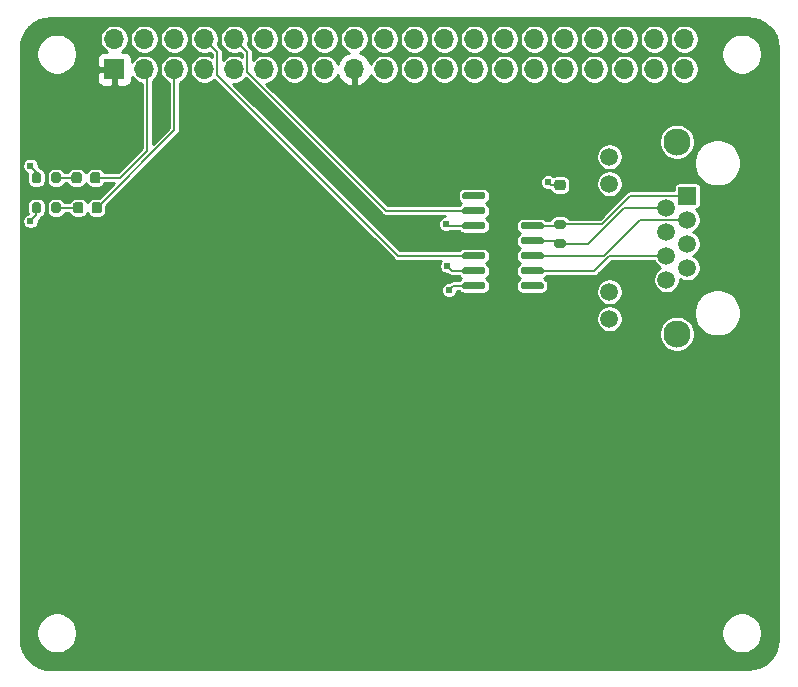
<source format=gtl>
G04 #@! TF.GenerationSoftware,KiCad,Pcbnew,(5.1.7)-1*
G04 #@! TF.CreationDate,2020-10-30T03:26:27-04:00*
G04 #@! TF.ProjectId,server-hat,73657276-6572-42d6-9861-742e6b696361,rev?*
G04 #@! TF.SameCoordinates,Original*
G04 #@! TF.FileFunction,Copper,L1,Top*
G04 #@! TF.FilePolarity,Positive*
%FSLAX46Y46*%
G04 Gerber Fmt 4.6, Leading zero omitted, Abs format (unit mm)*
G04 Created by KiCad (PCBNEW (5.1.7)-1) date 2020-10-30 03:26:27*
%MOMM*%
%LPD*%
G01*
G04 APERTURE LIST*
G04 #@! TA.AperFunction,ComponentPad*
%ADD10C,1.500000*%
G04 #@! TD*
G04 #@! TA.AperFunction,ComponentPad*
%ADD11C,2.300000*%
G04 #@! TD*
G04 #@! TA.AperFunction,ComponentPad*
%ADD12R,1.500000X1.500000*%
G04 #@! TD*
G04 #@! TA.AperFunction,ComponentPad*
%ADD13R,1.700000X1.700000*%
G04 #@! TD*
G04 #@! TA.AperFunction,ComponentPad*
%ADD14O,1.700000X1.700000*%
G04 #@! TD*
G04 #@! TA.AperFunction,ViaPad*
%ADD15C,0.620000*%
G04 #@! TD*
G04 #@! TA.AperFunction,Conductor*
%ADD16C,0.160000*%
G04 #@! TD*
G04 #@! TA.AperFunction,Conductor*
%ADD17C,0.254000*%
G04 #@! TD*
G04 #@! TA.AperFunction,Conductor*
%ADD18C,0.150000*%
G04 #@! TD*
G04 APERTURE END LIST*
G04 #@! TA.AperFunction,SMDPad,CuDef*
G36*
G01*
X203019000Y-110778000D02*
X203019000Y-110228000D01*
G75*
G02*
X203219000Y-110028000I200000J0D01*
G01*
X203619000Y-110028000D01*
G75*
G02*
X203819000Y-110228000I0J-200000D01*
G01*
X203819000Y-110778000D01*
G75*
G02*
X203619000Y-110978000I-200000J0D01*
G01*
X203219000Y-110978000D01*
G75*
G02*
X203019000Y-110778000I0J200000D01*
G01*
G37*
G04 #@! TD.AperFunction*
G04 #@! TA.AperFunction,SMDPad,CuDef*
G36*
G01*
X201369000Y-110778000D02*
X201369000Y-110228000D01*
G75*
G02*
X201569000Y-110028000I200000J0D01*
G01*
X201969000Y-110028000D01*
G75*
G02*
X202169000Y-110228000I0J-200000D01*
G01*
X202169000Y-110778000D01*
G75*
G02*
X201969000Y-110978000I-200000J0D01*
G01*
X201569000Y-110978000D01*
G75*
G02*
X201369000Y-110778000I0J200000D01*
G01*
G37*
G04 #@! TD.AperFunction*
G04 #@! TA.AperFunction,SMDPad,CuDef*
G36*
G01*
X203019000Y-108238000D02*
X203019000Y-107688000D01*
G75*
G02*
X203219000Y-107488000I200000J0D01*
G01*
X203619000Y-107488000D01*
G75*
G02*
X203819000Y-107688000I0J-200000D01*
G01*
X203819000Y-108238000D01*
G75*
G02*
X203619000Y-108438000I-200000J0D01*
G01*
X203219000Y-108438000D01*
G75*
G02*
X203019000Y-108238000I0J200000D01*
G01*
G37*
G04 #@! TD.AperFunction*
G04 #@! TA.AperFunction,SMDPad,CuDef*
G36*
G01*
X201369000Y-108238000D02*
X201369000Y-107688000D01*
G75*
G02*
X201569000Y-107488000I200000J0D01*
G01*
X201969000Y-107488000D01*
G75*
G02*
X202169000Y-107688000I0J-200000D01*
G01*
X202169000Y-108238000D01*
G75*
G02*
X201969000Y-108438000I-200000J0D01*
G01*
X201569000Y-108438000D01*
G75*
G02*
X201369000Y-108238000I0J200000D01*
G01*
G37*
G04 #@! TD.AperFunction*
G04 #@! TA.AperFunction,SMDPad,CuDef*
G36*
G01*
X206446000Y-110759250D02*
X206446000Y-110246750D01*
G75*
G02*
X206664750Y-110028000I218750J0D01*
G01*
X207102250Y-110028000D01*
G75*
G02*
X207321000Y-110246750I0J-218750D01*
G01*
X207321000Y-110759250D01*
G75*
G02*
X207102250Y-110978000I-218750J0D01*
G01*
X206664750Y-110978000D01*
G75*
G02*
X206446000Y-110759250I0J218750D01*
G01*
G37*
G04 #@! TD.AperFunction*
G04 #@! TA.AperFunction,SMDPad,CuDef*
G36*
G01*
X204871000Y-110759250D02*
X204871000Y-110246750D01*
G75*
G02*
X205089750Y-110028000I218750J0D01*
G01*
X205527250Y-110028000D01*
G75*
G02*
X205746000Y-110246750I0J-218750D01*
G01*
X205746000Y-110759250D01*
G75*
G02*
X205527250Y-110978000I-218750J0D01*
G01*
X205089750Y-110978000D01*
G75*
G02*
X204871000Y-110759250I0J218750D01*
G01*
G37*
G04 #@! TD.AperFunction*
G04 #@! TA.AperFunction,SMDPad,CuDef*
G36*
G01*
X206319000Y-108219250D02*
X206319000Y-107706750D01*
G75*
G02*
X206537750Y-107488000I218750J0D01*
G01*
X206975250Y-107488000D01*
G75*
G02*
X207194000Y-107706750I0J-218750D01*
G01*
X207194000Y-108219250D01*
G75*
G02*
X206975250Y-108438000I-218750J0D01*
G01*
X206537750Y-108438000D01*
G75*
G02*
X206319000Y-108219250I0J218750D01*
G01*
G37*
G04 #@! TD.AperFunction*
G04 #@! TA.AperFunction,SMDPad,CuDef*
G36*
G01*
X204744000Y-108219250D02*
X204744000Y-107706750D01*
G75*
G02*
X204962750Y-107488000I218750J0D01*
G01*
X205400250Y-107488000D01*
G75*
G02*
X205619000Y-107706750I0J-218750D01*
G01*
X205619000Y-108219250D01*
G75*
G02*
X205400250Y-108438000I-218750J0D01*
G01*
X204962750Y-108438000D01*
G75*
G02*
X204744000Y-108219250I0J218750D01*
G01*
G37*
G04 #@! TD.AperFunction*
G04 #@! TA.AperFunction,SMDPad,CuDef*
G36*
G01*
X242775000Y-109637000D02*
X242775000Y-109337000D01*
G75*
G02*
X242925000Y-109187000I150000J0D01*
G01*
X244575000Y-109187000D01*
G75*
G02*
X244725000Y-109337000I0J-150000D01*
G01*
X244725000Y-109637000D01*
G75*
G02*
X244575000Y-109787000I-150000J0D01*
G01*
X242925000Y-109787000D01*
G75*
G02*
X242775000Y-109637000I0J150000D01*
G01*
G37*
G04 #@! TD.AperFunction*
G04 #@! TA.AperFunction,SMDPad,CuDef*
G36*
G01*
X242775000Y-110907000D02*
X242775000Y-110607000D01*
G75*
G02*
X242925000Y-110457000I150000J0D01*
G01*
X244575000Y-110457000D01*
G75*
G02*
X244725000Y-110607000I0J-150000D01*
G01*
X244725000Y-110907000D01*
G75*
G02*
X244575000Y-111057000I-150000J0D01*
G01*
X242925000Y-111057000D01*
G75*
G02*
X242775000Y-110907000I0J150000D01*
G01*
G37*
G04 #@! TD.AperFunction*
G04 #@! TA.AperFunction,SMDPad,CuDef*
G36*
G01*
X242775000Y-112177000D02*
X242775000Y-111877000D01*
G75*
G02*
X242925000Y-111727000I150000J0D01*
G01*
X244575000Y-111727000D01*
G75*
G02*
X244725000Y-111877000I0J-150000D01*
G01*
X244725000Y-112177000D01*
G75*
G02*
X244575000Y-112327000I-150000J0D01*
G01*
X242925000Y-112327000D01*
G75*
G02*
X242775000Y-112177000I0J150000D01*
G01*
G37*
G04 #@! TD.AperFunction*
G04 #@! TA.AperFunction,SMDPad,CuDef*
G36*
G01*
X242775000Y-113447000D02*
X242775000Y-113147000D01*
G75*
G02*
X242925000Y-112997000I150000J0D01*
G01*
X244575000Y-112997000D01*
G75*
G02*
X244725000Y-113147000I0J-150000D01*
G01*
X244725000Y-113447000D01*
G75*
G02*
X244575000Y-113597000I-150000J0D01*
G01*
X242925000Y-113597000D01*
G75*
G02*
X242775000Y-113447000I0J150000D01*
G01*
G37*
G04 #@! TD.AperFunction*
G04 #@! TA.AperFunction,SMDPad,CuDef*
G36*
G01*
X242775000Y-114717000D02*
X242775000Y-114417000D01*
G75*
G02*
X242925000Y-114267000I150000J0D01*
G01*
X244575000Y-114267000D01*
G75*
G02*
X244725000Y-114417000I0J-150000D01*
G01*
X244725000Y-114717000D01*
G75*
G02*
X244575000Y-114867000I-150000J0D01*
G01*
X242925000Y-114867000D01*
G75*
G02*
X242775000Y-114717000I0J150000D01*
G01*
G37*
G04 #@! TD.AperFunction*
G04 #@! TA.AperFunction,SMDPad,CuDef*
G36*
G01*
X242775000Y-115987000D02*
X242775000Y-115687000D01*
G75*
G02*
X242925000Y-115537000I150000J0D01*
G01*
X244575000Y-115537000D01*
G75*
G02*
X244725000Y-115687000I0J-150000D01*
G01*
X244725000Y-115987000D01*
G75*
G02*
X244575000Y-116137000I-150000J0D01*
G01*
X242925000Y-116137000D01*
G75*
G02*
X242775000Y-115987000I0J150000D01*
G01*
G37*
G04 #@! TD.AperFunction*
G04 #@! TA.AperFunction,SMDPad,CuDef*
G36*
G01*
X242775000Y-117257000D02*
X242775000Y-116957000D01*
G75*
G02*
X242925000Y-116807000I150000J0D01*
G01*
X244575000Y-116807000D01*
G75*
G02*
X244725000Y-116957000I0J-150000D01*
G01*
X244725000Y-117257000D01*
G75*
G02*
X244575000Y-117407000I-150000J0D01*
G01*
X242925000Y-117407000D01*
G75*
G02*
X242775000Y-117257000I0J150000D01*
G01*
G37*
G04 #@! TD.AperFunction*
G04 #@! TA.AperFunction,SMDPad,CuDef*
G36*
G01*
X237825000Y-117257000D02*
X237825000Y-116957000D01*
G75*
G02*
X237975000Y-116807000I150000J0D01*
G01*
X239625000Y-116807000D01*
G75*
G02*
X239775000Y-116957000I0J-150000D01*
G01*
X239775000Y-117257000D01*
G75*
G02*
X239625000Y-117407000I-150000J0D01*
G01*
X237975000Y-117407000D01*
G75*
G02*
X237825000Y-117257000I0J150000D01*
G01*
G37*
G04 #@! TD.AperFunction*
G04 #@! TA.AperFunction,SMDPad,CuDef*
G36*
G01*
X237825000Y-115987000D02*
X237825000Y-115687000D01*
G75*
G02*
X237975000Y-115537000I150000J0D01*
G01*
X239625000Y-115537000D01*
G75*
G02*
X239775000Y-115687000I0J-150000D01*
G01*
X239775000Y-115987000D01*
G75*
G02*
X239625000Y-116137000I-150000J0D01*
G01*
X237975000Y-116137000D01*
G75*
G02*
X237825000Y-115987000I0J150000D01*
G01*
G37*
G04 #@! TD.AperFunction*
G04 #@! TA.AperFunction,SMDPad,CuDef*
G36*
G01*
X237825000Y-114717000D02*
X237825000Y-114417000D01*
G75*
G02*
X237975000Y-114267000I150000J0D01*
G01*
X239625000Y-114267000D01*
G75*
G02*
X239775000Y-114417000I0J-150000D01*
G01*
X239775000Y-114717000D01*
G75*
G02*
X239625000Y-114867000I-150000J0D01*
G01*
X237975000Y-114867000D01*
G75*
G02*
X237825000Y-114717000I0J150000D01*
G01*
G37*
G04 #@! TD.AperFunction*
G04 #@! TA.AperFunction,SMDPad,CuDef*
G36*
G01*
X237825000Y-113447000D02*
X237825000Y-113147000D01*
G75*
G02*
X237975000Y-112997000I150000J0D01*
G01*
X239625000Y-112997000D01*
G75*
G02*
X239775000Y-113147000I0J-150000D01*
G01*
X239775000Y-113447000D01*
G75*
G02*
X239625000Y-113597000I-150000J0D01*
G01*
X237975000Y-113597000D01*
G75*
G02*
X237825000Y-113447000I0J150000D01*
G01*
G37*
G04 #@! TD.AperFunction*
G04 #@! TA.AperFunction,SMDPad,CuDef*
G36*
G01*
X237825000Y-112177000D02*
X237825000Y-111877000D01*
G75*
G02*
X237975000Y-111727000I150000J0D01*
G01*
X239625000Y-111727000D01*
G75*
G02*
X239775000Y-111877000I0J-150000D01*
G01*
X239775000Y-112177000D01*
G75*
G02*
X239625000Y-112327000I-150000J0D01*
G01*
X237975000Y-112327000D01*
G75*
G02*
X237825000Y-112177000I0J150000D01*
G01*
G37*
G04 #@! TD.AperFunction*
G04 #@! TA.AperFunction,SMDPad,CuDef*
G36*
G01*
X237825000Y-110907000D02*
X237825000Y-110607000D01*
G75*
G02*
X237975000Y-110457000I150000J0D01*
G01*
X239625000Y-110457000D01*
G75*
G02*
X239775000Y-110607000I0J-150000D01*
G01*
X239775000Y-110907000D01*
G75*
G02*
X239625000Y-111057000I-150000J0D01*
G01*
X237975000Y-111057000D01*
G75*
G02*
X237825000Y-110907000I0J150000D01*
G01*
G37*
G04 #@! TD.AperFunction*
G04 #@! TA.AperFunction,SMDPad,CuDef*
G36*
G01*
X237825000Y-109637000D02*
X237825000Y-109337000D01*
G75*
G02*
X237975000Y-109187000I150000J0D01*
G01*
X239625000Y-109187000D01*
G75*
G02*
X239775000Y-109337000I0J-150000D01*
G01*
X239775000Y-109637000D01*
G75*
G02*
X239625000Y-109787000I-150000J0D01*
G01*
X237975000Y-109787000D01*
G75*
G02*
X237825000Y-109637000I0J150000D01*
G01*
G37*
G04 #@! TD.AperFunction*
G04 #@! TA.AperFunction,SMDPad,CuDef*
G36*
G01*
X245826000Y-113151000D02*
X246376000Y-113151000D01*
G75*
G02*
X246576000Y-113351000I0J-200000D01*
G01*
X246576000Y-113751000D01*
G75*
G02*
X246376000Y-113951000I-200000J0D01*
G01*
X245826000Y-113951000D01*
G75*
G02*
X245626000Y-113751000I0J200000D01*
G01*
X245626000Y-113351000D01*
G75*
G02*
X245826000Y-113151000I200000J0D01*
G01*
G37*
G04 #@! TD.AperFunction*
G04 #@! TA.AperFunction,SMDPad,CuDef*
G36*
G01*
X245826000Y-111501000D02*
X246376000Y-111501000D01*
G75*
G02*
X246576000Y-111701000I0J-200000D01*
G01*
X246576000Y-112101000D01*
G75*
G02*
X246376000Y-112301000I-200000J0D01*
G01*
X245826000Y-112301000D01*
G75*
G02*
X245626000Y-112101000I0J200000D01*
G01*
X245626000Y-111701000D01*
G75*
G02*
X245826000Y-111501000I200000J0D01*
G01*
G37*
G04 #@! TD.AperFunction*
D10*
X250296000Y-119907000D03*
X250296000Y-117617000D03*
X250296000Y-108477000D03*
X250296000Y-106187000D03*
D11*
X256006000Y-104917000D03*
X256006000Y-121177000D03*
D10*
X255116000Y-116599000D03*
X255116000Y-114567000D03*
X255116000Y-112535000D03*
X255116000Y-110503000D03*
X256896000Y-115583000D03*
X256896000Y-113551000D03*
X256896000Y-111519000D03*
D12*
X256896000Y-109487000D03*
G04 #@! TA.AperFunction,SMDPad,CuDef*
G36*
G01*
X246351000Y-109035000D02*
X245851000Y-109035000D01*
G75*
G02*
X245626000Y-108810000I0J225000D01*
G01*
X245626000Y-108360000D01*
G75*
G02*
X245851000Y-108135000I225000J0D01*
G01*
X246351000Y-108135000D01*
G75*
G02*
X246576000Y-108360000I0J-225000D01*
G01*
X246576000Y-108810000D01*
G75*
G02*
X246351000Y-109035000I-225000J0D01*
G01*
G37*
G04 #@! TD.AperFunction*
G04 #@! TA.AperFunction,SMDPad,CuDef*
G36*
G01*
X246351000Y-110585000D02*
X245851000Y-110585000D01*
G75*
G02*
X245626000Y-110360000I0J225000D01*
G01*
X245626000Y-109910000D01*
G75*
G02*
X245851000Y-109685000I225000J0D01*
G01*
X246351000Y-109685000D01*
G75*
G02*
X246576000Y-109910000I0J-225000D01*
G01*
X246576000Y-110360000D01*
G75*
G02*
X246351000Y-110585000I-225000J0D01*
G01*
G37*
G04 #@! TD.AperFunction*
D13*
X208370000Y-98770000D03*
D14*
X208370000Y-96230000D03*
X210910000Y-98770000D03*
X210910000Y-96230000D03*
X213450000Y-98770000D03*
X213450000Y-96230000D03*
X215990000Y-98770000D03*
X215990000Y-96230000D03*
X218530000Y-98770000D03*
X218530000Y-96230000D03*
X221070000Y-98770000D03*
X221070000Y-96230000D03*
X223610000Y-98770000D03*
X223610000Y-96230000D03*
X226150000Y-98770000D03*
X226150000Y-96230000D03*
X228690000Y-98770000D03*
X228690000Y-96230000D03*
X231230000Y-98770000D03*
X231230000Y-96230000D03*
X233770000Y-98770000D03*
X233770000Y-96230000D03*
X236310000Y-98770000D03*
X236310000Y-96230000D03*
X238850000Y-98770000D03*
X238850000Y-96230000D03*
X241390000Y-98770000D03*
X241390000Y-96230000D03*
X243930000Y-98770000D03*
X243930000Y-96230000D03*
X246470000Y-98770000D03*
X246470000Y-96230000D03*
X249010000Y-98770000D03*
X249010000Y-96230000D03*
X251550000Y-98770000D03*
X251550000Y-96230000D03*
X254090000Y-98770000D03*
X254090000Y-96230000D03*
X256630000Y-98770000D03*
X256630000Y-96230000D03*
D15*
X245085000Y-108344000D03*
X236576000Y-115456000D03*
X236703000Y-117488000D03*
X201270000Y-106947000D03*
X201270000Y-111646000D03*
X236449000Y-111900000D03*
D16*
X238660000Y-113437000D02*
X238800000Y-113297000D01*
X245326000Y-108585000D02*
X245085000Y-108344000D01*
X246101000Y-108585000D02*
X245326000Y-108585000D01*
X246241000Y-108725000D02*
X246101000Y-108585000D01*
X236957000Y-115837000D02*
X236576000Y-115456000D01*
X238800000Y-115837000D02*
X236957000Y-115837000D01*
X237084000Y-117107000D02*
X236703000Y-117488000D01*
X238800000Y-117107000D02*
X237084000Y-117107000D01*
X201769000Y-107446000D02*
X201270000Y-106947000D01*
X201769000Y-107963000D02*
X201769000Y-107446000D01*
X201769000Y-111147000D02*
X201270000Y-111646000D01*
X201769000Y-110503000D02*
X201769000Y-111147000D01*
X236576000Y-112027000D02*
X236449000Y-111900000D01*
X238800000Y-112027000D02*
X236576000Y-112027000D01*
X217080001Y-97320001D02*
X215990000Y-96230000D01*
X217080001Y-99293201D02*
X217080001Y-97320001D01*
X232353800Y-114567000D02*
X217080001Y-99293201D01*
X238800000Y-114567000D02*
X232353800Y-114567000D01*
X219620001Y-97320001D02*
X218530000Y-96230000D01*
X219620001Y-99008001D02*
X219620001Y-97320001D01*
X231369000Y-110757000D02*
X219620001Y-99008001D01*
X238800000Y-110757000D02*
X231369000Y-110757000D01*
X245975000Y-112027000D02*
X246101000Y-111901000D01*
X243750000Y-112027000D02*
X245975000Y-112027000D01*
X246101000Y-111901000D02*
X249656000Y-111901000D01*
X252070000Y-109487000D02*
X256896000Y-109487000D01*
X249656000Y-111901000D02*
X252070000Y-109487000D01*
X243750000Y-114567000D02*
X249839438Y-114567000D01*
X249839438Y-114567000D02*
X252887438Y-111519000D01*
X252887438Y-111519000D02*
X256896000Y-111519000D01*
X245847000Y-113297000D02*
X246101000Y-113551000D01*
X243750000Y-113297000D02*
X245847000Y-113297000D01*
X248514000Y-113551000D02*
X246101000Y-113551000D01*
X251562000Y-110503000D02*
X248514000Y-113551000D01*
X255116000Y-110503000D02*
X251562000Y-110503000D01*
X250292000Y-114567000D02*
X255116000Y-114567000D01*
X249022000Y-115837000D02*
X250292000Y-114567000D01*
X243750000Y-115837000D02*
X249022000Y-115837000D01*
X211176000Y-99036000D02*
X210910000Y-98770000D01*
X211176000Y-105677000D02*
X211176000Y-99036000D01*
X208890000Y-107963000D02*
X211176000Y-105677000D01*
X206756500Y-107963000D02*
X208890000Y-107963000D01*
X205181500Y-107963000D02*
X203419000Y-107963000D01*
X213450000Y-103936500D02*
X213450000Y-98770000D01*
X206883500Y-110503000D02*
X213450000Y-103936500D01*
X205308500Y-110503000D02*
X203419000Y-110503000D01*
D17*
X262498586Y-94481954D02*
X262978182Y-94626753D01*
X263420520Y-94861948D01*
X263808750Y-95178580D01*
X264128083Y-95564587D01*
X264366361Y-96005274D01*
X264514504Y-96483847D01*
X264569001Y-97002348D01*
X264569000Y-146978921D01*
X264518046Y-147498586D01*
X264373247Y-147978185D01*
X264138053Y-148420520D01*
X263821420Y-148808750D01*
X263435413Y-149128083D01*
X262994725Y-149366361D01*
X262516153Y-149514504D01*
X261997661Y-149569000D01*
X203021079Y-149569000D01*
X202501414Y-149518046D01*
X202021815Y-149373247D01*
X201579480Y-149138053D01*
X201191250Y-148821420D01*
X200871917Y-148435413D01*
X200633639Y-147994725D01*
X200485496Y-147516153D01*
X200431000Y-146997661D01*
X200431000Y-146329511D01*
X201769000Y-146329511D01*
X201769000Y-146670489D01*
X201835521Y-147004914D01*
X201966007Y-147319936D01*
X202155444Y-147603448D01*
X202396552Y-147844556D01*
X202680064Y-148033993D01*
X202995086Y-148164479D01*
X203329511Y-148231000D01*
X203670489Y-148231000D01*
X204004914Y-148164479D01*
X204319936Y-148033993D01*
X204603448Y-147844556D01*
X204844556Y-147603448D01*
X205033993Y-147319936D01*
X205164479Y-147004914D01*
X205231000Y-146670489D01*
X205231000Y-146329511D01*
X259769000Y-146329511D01*
X259769000Y-146670489D01*
X259835521Y-147004914D01*
X259966007Y-147319936D01*
X260155444Y-147603448D01*
X260396552Y-147844556D01*
X260680064Y-148033993D01*
X260995086Y-148164479D01*
X261329511Y-148231000D01*
X261670489Y-148231000D01*
X262004914Y-148164479D01*
X262319936Y-148033993D01*
X262603448Y-147844556D01*
X262844556Y-147603448D01*
X263033993Y-147319936D01*
X263164479Y-147004914D01*
X263231000Y-146670489D01*
X263231000Y-146329511D01*
X263164479Y-145995086D01*
X263033993Y-145680064D01*
X262844556Y-145396552D01*
X262603448Y-145155444D01*
X262319936Y-144966007D01*
X262004914Y-144835521D01*
X261670489Y-144769000D01*
X261329511Y-144769000D01*
X260995086Y-144835521D01*
X260680064Y-144966007D01*
X260396552Y-145155444D01*
X260155444Y-145396552D01*
X259966007Y-145680064D01*
X259835521Y-145995086D01*
X259769000Y-146329511D01*
X205231000Y-146329511D01*
X205164479Y-145995086D01*
X205033993Y-145680064D01*
X204844556Y-145396552D01*
X204603448Y-145155444D01*
X204319936Y-144966007D01*
X204004914Y-144835521D01*
X203670489Y-144769000D01*
X203329511Y-144769000D01*
X202995086Y-144835521D01*
X202680064Y-144966007D01*
X202396552Y-145155444D01*
X202155444Y-145396552D01*
X201966007Y-145680064D01*
X201835521Y-145995086D01*
X201769000Y-146329511D01*
X200431000Y-146329511D01*
X200431000Y-119795606D01*
X249165000Y-119795606D01*
X249165000Y-120018394D01*
X249208464Y-120236900D01*
X249293721Y-120442729D01*
X249417495Y-120627970D01*
X249575030Y-120785505D01*
X249760271Y-120909279D01*
X249966100Y-120994536D01*
X250184606Y-121038000D01*
X250407394Y-121038000D01*
X250466665Y-121026210D01*
X254475000Y-121026210D01*
X254475000Y-121327790D01*
X254533835Y-121623576D01*
X254649245Y-121902201D01*
X254816795Y-122152956D01*
X255030044Y-122366205D01*
X255280799Y-122533755D01*
X255559424Y-122649165D01*
X255855210Y-122708000D01*
X256156790Y-122708000D01*
X256452576Y-122649165D01*
X256731201Y-122533755D01*
X256981956Y-122366205D01*
X257195205Y-122152956D01*
X257362755Y-121902201D01*
X257478165Y-121623576D01*
X257537000Y-121327790D01*
X257537000Y-121026210D01*
X257478165Y-120730424D01*
X257362755Y-120451799D01*
X257195205Y-120201044D01*
X256981956Y-119987795D01*
X256731201Y-119820245D01*
X256452576Y-119704835D01*
X256156790Y-119646000D01*
X255855210Y-119646000D01*
X255559424Y-119704835D01*
X255280799Y-119820245D01*
X255030044Y-119987795D01*
X254816795Y-120201044D01*
X254649245Y-120451799D01*
X254533835Y-120730424D01*
X254475000Y-121026210D01*
X250466665Y-121026210D01*
X250625900Y-120994536D01*
X250831729Y-120909279D01*
X251016970Y-120785505D01*
X251174505Y-120627970D01*
X251298279Y-120442729D01*
X251383536Y-120236900D01*
X251427000Y-120018394D01*
X251427000Y-119795606D01*
X251383536Y-119577100D01*
X251298279Y-119371271D01*
X251183456Y-119199426D01*
X257430000Y-119199426D01*
X257430000Y-119594574D01*
X257507090Y-119982129D01*
X257658306Y-120347197D01*
X257877838Y-120675750D01*
X258157250Y-120955162D01*
X258485803Y-121174694D01*
X258850871Y-121325910D01*
X259238426Y-121403000D01*
X259633574Y-121403000D01*
X260021129Y-121325910D01*
X260386197Y-121174694D01*
X260714750Y-120955162D01*
X260994162Y-120675750D01*
X261213694Y-120347197D01*
X261364910Y-119982129D01*
X261442000Y-119594574D01*
X261442000Y-119199426D01*
X261364910Y-118811871D01*
X261213694Y-118446803D01*
X260994162Y-118118250D01*
X260714750Y-117838838D01*
X260386197Y-117619306D01*
X260021129Y-117468090D01*
X259633574Y-117391000D01*
X259238426Y-117391000D01*
X258850871Y-117468090D01*
X258485803Y-117619306D01*
X258157250Y-117838838D01*
X257877838Y-118118250D01*
X257658306Y-118446803D01*
X257507090Y-118811871D01*
X257430000Y-119199426D01*
X251183456Y-119199426D01*
X251174505Y-119186030D01*
X251016970Y-119028495D01*
X250831729Y-118904721D01*
X250625900Y-118819464D01*
X250407394Y-118776000D01*
X250184606Y-118776000D01*
X249966100Y-118819464D01*
X249760271Y-118904721D01*
X249575030Y-119028495D01*
X249417495Y-119186030D01*
X249293721Y-119371271D01*
X249208464Y-119577100D01*
X249165000Y-119795606D01*
X200431000Y-119795606D01*
X200431000Y-111577942D01*
X200579000Y-111577942D01*
X200579000Y-111714058D01*
X200605555Y-111847557D01*
X200657644Y-111973311D01*
X200733266Y-112086487D01*
X200829513Y-112182734D01*
X200942689Y-112258356D01*
X201068443Y-112310445D01*
X201201942Y-112337000D01*
X201338058Y-112337000D01*
X201471557Y-112310445D01*
X201597311Y-112258356D01*
X201710487Y-112182734D01*
X201806734Y-112086487D01*
X201882356Y-111973311D01*
X201934445Y-111847557D01*
X201961000Y-111714058D01*
X201961000Y-111606952D01*
X202078968Y-111488984D01*
X202096553Y-111474553D01*
X202119436Y-111446671D01*
X202154162Y-111404357D01*
X202164660Y-111384717D01*
X202196969Y-111324270D01*
X202200744Y-111311827D01*
X202292810Y-111262616D01*
X202381132Y-111190132D01*
X202453616Y-111101810D01*
X202507477Y-111001044D01*
X202540644Y-110891707D01*
X202551843Y-110778000D01*
X202551843Y-110228000D01*
X202540644Y-110114293D01*
X202507477Y-110004956D01*
X202453616Y-109904190D01*
X202381132Y-109815868D01*
X202292810Y-109743384D01*
X202192044Y-109689523D01*
X202082707Y-109656356D01*
X201969000Y-109645157D01*
X201569000Y-109645157D01*
X201455293Y-109656356D01*
X201345956Y-109689523D01*
X201245190Y-109743384D01*
X201156868Y-109815868D01*
X201084384Y-109904190D01*
X201030523Y-110004956D01*
X200997356Y-110114293D01*
X200986157Y-110228000D01*
X200986157Y-110778000D01*
X200997356Y-110891707D01*
X201029504Y-110997684D01*
X200942689Y-111033644D01*
X200829513Y-111109266D01*
X200733266Y-111205513D01*
X200657644Y-111318689D01*
X200605555Y-111444443D01*
X200579000Y-111577942D01*
X200431000Y-111577942D01*
X200431000Y-106878942D01*
X200579000Y-106878942D01*
X200579000Y-107015058D01*
X200605555Y-107148557D01*
X200657644Y-107274311D01*
X200733266Y-107387487D01*
X200829513Y-107483734D01*
X200942689Y-107559356D01*
X200996627Y-107581698D01*
X200986157Y-107688000D01*
X200986157Y-108238000D01*
X200997356Y-108351707D01*
X201030523Y-108461044D01*
X201084384Y-108561810D01*
X201156868Y-108650132D01*
X201245190Y-108722616D01*
X201345956Y-108776477D01*
X201455293Y-108809644D01*
X201569000Y-108820843D01*
X201969000Y-108820843D01*
X202082707Y-108809644D01*
X202192044Y-108776477D01*
X202292810Y-108722616D01*
X202381132Y-108650132D01*
X202453616Y-108561810D01*
X202507477Y-108461044D01*
X202540644Y-108351707D01*
X202551843Y-108238000D01*
X202551843Y-107688000D01*
X202636157Y-107688000D01*
X202636157Y-108238000D01*
X202647356Y-108351707D01*
X202680523Y-108461044D01*
X202734384Y-108561810D01*
X202806868Y-108650132D01*
X202895190Y-108722616D01*
X202995956Y-108776477D01*
X203105293Y-108809644D01*
X203219000Y-108820843D01*
X203619000Y-108820843D01*
X203732707Y-108809644D01*
X203842044Y-108776477D01*
X203942810Y-108722616D01*
X204031132Y-108650132D01*
X204103616Y-108561810D01*
X204157477Y-108461044D01*
X204168714Y-108424000D01*
X204399225Y-108424000D01*
X204406951Y-108449470D01*
X204462544Y-108553477D01*
X204537360Y-108644640D01*
X204628523Y-108719456D01*
X204732530Y-108775049D01*
X204845385Y-108809284D01*
X204962750Y-108820843D01*
X205400250Y-108820843D01*
X205517615Y-108809284D01*
X205630470Y-108775049D01*
X205734477Y-108719456D01*
X205825640Y-108644640D01*
X205900456Y-108553477D01*
X205956049Y-108449470D01*
X205969000Y-108406777D01*
X205981951Y-108449470D01*
X206037544Y-108553477D01*
X206112360Y-108644640D01*
X206203523Y-108719456D01*
X206307530Y-108775049D01*
X206420385Y-108809284D01*
X206537750Y-108820843D01*
X206975250Y-108820843D01*
X207092615Y-108809284D01*
X207205470Y-108775049D01*
X207309477Y-108719456D01*
X207400640Y-108644640D01*
X207475456Y-108553477D01*
X207531049Y-108449470D01*
X207538775Y-108424000D01*
X208310549Y-108424000D01*
X207089392Y-109645157D01*
X206664750Y-109645157D01*
X206547385Y-109656716D01*
X206434530Y-109690951D01*
X206330523Y-109746544D01*
X206239360Y-109821360D01*
X206164544Y-109912523D01*
X206108951Y-110016530D01*
X206096000Y-110059223D01*
X206083049Y-110016530D01*
X206027456Y-109912523D01*
X205952640Y-109821360D01*
X205861477Y-109746544D01*
X205757470Y-109690951D01*
X205644615Y-109656716D01*
X205527250Y-109645157D01*
X205089750Y-109645157D01*
X204972385Y-109656716D01*
X204859530Y-109690951D01*
X204755523Y-109746544D01*
X204664360Y-109821360D01*
X204589544Y-109912523D01*
X204533951Y-110016530D01*
X204526225Y-110042000D01*
X204168714Y-110042000D01*
X204157477Y-110004956D01*
X204103616Y-109904190D01*
X204031132Y-109815868D01*
X203942810Y-109743384D01*
X203842044Y-109689523D01*
X203732707Y-109656356D01*
X203619000Y-109645157D01*
X203219000Y-109645157D01*
X203105293Y-109656356D01*
X202995956Y-109689523D01*
X202895190Y-109743384D01*
X202806868Y-109815868D01*
X202734384Y-109904190D01*
X202680523Y-110004956D01*
X202647356Y-110114293D01*
X202636157Y-110228000D01*
X202636157Y-110778000D01*
X202647356Y-110891707D01*
X202680523Y-111001044D01*
X202734384Y-111101810D01*
X202806868Y-111190132D01*
X202895190Y-111262616D01*
X202995956Y-111316477D01*
X203105293Y-111349644D01*
X203219000Y-111360843D01*
X203619000Y-111360843D01*
X203732707Y-111349644D01*
X203842044Y-111316477D01*
X203942810Y-111262616D01*
X204031132Y-111190132D01*
X204103616Y-111101810D01*
X204157477Y-111001044D01*
X204168714Y-110964000D01*
X204526225Y-110964000D01*
X204533951Y-110989470D01*
X204589544Y-111093477D01*
X204664360Y-111184640D01*
X204755523Y-111259456D01*
X204859530Y-111315049D01*
X204972385Y-111349284D01*
X205089750Y-111360843D01*
X205527250Y-111360843D01*
X205644615Y-111349284D01*
X205757470Y-111315049D01*
X205861477Y-111259456D01*
X205952640Y-111184640D01*
X206027456Y-111093477D01*
X206083049Y-110989470D01*
X206096000Y-110946777D01*
X206108951Y-110989470D01*
X206164544Y-111093477D01*
X206239360Y-111184640D01*
X206330523Y-111259456D01*
X206434530Y-111315049D01*
X206547385Y-111349284D01*
X206664750Y-111360843D01*
X207102250Y-111360843D01*
X207219615Y-111349284D01*
X207332470Y-111315049D01*
X207436477Y-111259456D01*
X207527640Y-111184640D01*
X207602456Y-111093477D01*
X207658049Y-110989470D01*
X207692284Y-110876615D01*
X207703843Y-110759250D01*
X207703843Y-110334608D01*
X213759965Y-104278487D01*
X213777553Y-104264053D01*
X213835162Y-104193857D01*
X213877969Y-104113770D01*
X213904329Y-104026872D01*
X213911000Y-103959141D01*
X213911000Y-103959135D01*
X213913229Y-103936501D01*
X213911000Y-103913867D01*
X213911000Y-99911472D01*
X214033097Y-99860898D01*
X214234717Y-99726180D01*
X214406180Y-99554717D01*
X214540898Y-99353097D01*
X214633693Y-99129069D01*
X214681000Y-98891243D01*
X214681000Y-98648757D01*
X214633693Y-98410931D01*
X214540898Y-98186903D01*
X214406180Y-97985283D01*
X214234717Y-97813820D01*
X214033097Y-97679102D01*
X213809069Y-97586307D01*
X213571243Y-97539000D01*
X213328757Y-97539000D01*
X213090931Y-97586307D01*
X212866903Y-97679102D01*
X212665283Y-97813820D01*
X212493820Y-97985283D01*
X212359102Y-98186903D01*
X212266307Y-98410931D01*
X212219000Y-98648757D01*
X212219000Y-98891243D01*
X212266307Y-99129069D01*
X212359102Y-99353097D01*
X212493820Y-99554717D01*
X212665283Y-99726180D01*
X212866903Y-99860898D01*
X212989001Y-99911472D01*
X212989000Y-103745548D01*
X211637000Y-105097548D01*
X211637000Y-99764745D01*
X211694717Y-99726180D01*
X211866180Y-99554717D01*
X212000898Y-99353097D01*
X212093693Y-99129069D01*
X212141000Y-98891243D01*
X212141000Y-98648757D01*
X212093693Y-98410931D01*
X212000898Y-98186903D01*
X211866180Y-97985283D01*
X211694717Y-97813820D01*
X211493097Y-97679102D01*
X211269069Y-97586307D01*
X211031243Y-97539000D01*
X210788757Y-97539000D01*
X210550931Y-97586307D01*
X210326903Y-97679102D01*
X210125283Y-97813820D01*
X209953820Y-97985283D01*
X209856927Y-98130294D01*
X209858072Y-97920000D01*
X209845812Y-97795518D01*
X209809502Y-97675820D01*
X209750537Y-97565506D01*
X209671185Y-97468815D01*
X209574494Y-97389463D01*
X209464180Y-97330498D01*
X209344482Y-97294188D01*
X209220000Y-97281928D01*
X209009706Y-97283073D01*
X209154717Y-97186180D01*
X209326180Y-97014717D01*
X209460898Y-96813097D01*
X209553693Y-96589069D01*
X209601000Y-96351243D01*
X209601000Y-96108757D01*
X209679000Y-96108757D01*
X209679000Y-96351243D01*
X209726307Y-96589069D01*
X209819102Y-96813097D01*
X209953820Y-97014717D01*
X210125283Y-97186180D01*
X210326903Y-97320898D01*
X210550931Y-97413693D01*
X210788757Y-97461000D01*
X211031243Y-97461000D01*
X211269069Y-97413693D01*
X211493097Y-97320898D01*
X211694717Y-97186180D01*
X211866180Y-97014717D01*
X212000898Y-96813097D01*
X212093693Y-96589069D01*
X212141000Y-96351243D01*
X212141000Y-96108757D01*
X212219000Y-96108757D01*
X212219000Y-96351243D01*
X212266307Y-96589069D01*
X212359102Y-96813097D01*
X212493820Y-97014717D01*
X212665283Y-97186180D01*
X212866903Y-97320898D01*
X213090931Y-97413693D01*
X213328757Y-97461000D01*
X213571243Y-97461000D01*
X213809069Y-97413693D01*
X214033097Y-97320898D01*
X214234717Y-97186180D01*
X214406180Y-97014717D01*
X214540898Y-96813097D01*
X214633693Y-96589069D01*
X214681000Y-96351243D01*
X214681000Y-96108757D01*
X214759000Y-96108757D01*
X214759000Y-96351243D01*
X214806307Y-96589069D01*
X214899102Y-96813097D01*
X215033820Y-97014717D01*
X215205283Y-97186180D01*
X215406903Y-97320898D01*
X215630931Y-97413693D01*
X215868757Y-97461000D01*
X216111243Y-97461000D01*
X216349069Y-97413693D01*
X216471167Y-97363119D01*
X216619002Y-97510954D01*
X216619002Y-97709775D01*
X216573097Y-97679102D01*
X216349069Y-97586307D01*
X216111243Y-97539000D01*
X215868757Y-97539000D01*
X215630931Y-97586307D01*
X215406903Y-97679102D01*
X215205283Y-97813820D01*
X215033820Y-97985283D01*
X214899102Y-98186903D01*
X214806307Y-98410931D01*
X214759000Y-98648757D01*
X214759000Y-98891243D01*
X214806307Y-99129069D01*
X214899102Y-99353097D01*
X215033820Y-99554717D01*
X215205283Y-99726180D01*
X215406903Y-99860898D01*
X215630931Y-99953693D01*
X215868757Y-100001000D01*
X216111243Y-100001000D01*
X216349069Y-99953693D01*
X216573097Y-99860898D01*
X216774717Y-99726180D01*
X216817873Y-99683024D01*
X232011814Y-114876967D01*
X232026247Y-114894553D01*
X232043831Y-114908984D01*
X232043833Y-114908986D01*
X232058363Y-114920910D01*
X232096443Y-114952162D01*
X232176530Y-114994969D01*
X232263428Y-115021329D01*
X232353800Y-115030230D01*
X232376441Y-115028000D01*
X236030922Y-115028000D01*
X235963644Y-115128689D01*
X235911555Y-115254443D01*
X235885000Y-115387942D01*
X235885000Y-115524058D01*
X235911555Y-115657557D01*
X235963644Y-115783311D01*
X236039266Y-115896487D01*
X236135513Y-115992734D01*
X236248689Y-116068356D01*
X236374443Y-116120445D01*
X236507942Y-116147000D01*
X236615041Y-116147000D01*
X236629447Y-116164553D01*
X236699643Y-116222162D01*
X236779730Y-116264969D01*
X236828789Y-116279851D01*
X236866627Y-116291329D01*
X236875801Y-116292233D01*
X236934359Y-116298000D01*
X236934365Y-116298000D01*
X236956999Y-116300229D01*
X236979633Y-116298000D01*
X237544241Y-116298000D01*
X237598223Y-116363777D01*
X237678968Y-116430043D01*
X237757464Y-116472000D01*
X237678968Y-116513957D01*
X237598223Y-116580223D01*
X237544241Y-116646000D01*
X237106633Y-116646000D01*
X237083999Y-116643771D01*
X237061365Y-116646000D01*
X237061359Y-116646000D01*
X237002801Y-116651767D01*
X236993627Y-116652671D01*
X236966276Y-116660968D01*
X236906730Y-116679031D01*
X236826643Y-116721838D01*
X236756447Y-116779447D01*
X236742041Y-116797000D01*
X236634942Y-116797000D01*
X236501443Y-116823555D01*
X236375689Y-116875644D01*
X236262513Y-116951266D01*
X236166266Y-117047513D01*
X236090644Y-117160689D01*
X236038555Y-117286443D01*
X236012000Y-117419942D01*
X236012000Y-117556058D01*
X236038555Y-117689557D01*
X236090644Y-117815311D01*
X236166266Y-117928487D01*
X236262513Y-118024734D01*
X236375689Y-118100356D01*
X236501443Y-118152445D01*
X236634942Y-118179000D01*
X236771058Y-118179000D01*
X236904557Y-118152445D01*
X237030311Y-118100356D01*
X237143487Y-118024734D01*
X237239734Y-117928487D01*
X237315356Y-117815311D01*
X237367445Y-117689557D01*
X237391625Y-117568000D01*
X237544241Y-117568000D01*
X237598223Y-117633777D01*
X237678968Y-117700043D01*
X237771090Y-117749283D01*
X237871047Y-117779605D01*
X237975000Y-117789843D01*
X239625000Y-117789843D01*
X239728953Y-117779605D01*
X239828910Y-117749283D01*
X239921032Y-117700043D01*
X240001777Y-117633777D01*
X240068043Y-117553032D01*
X240117283Y-117460910D01*
X240147605Y-117360953D01*
X240157843Y-117257000D01*
X240157843Y-116957000D01*
X240147605Y-116853047D01*
X240117283Y-116753090D01*
X240068043Y-116660968D01*
X240001777Y-116580223D01*
X239921032Y-116513957D01*
X239842536Y-116472000D01*
X239921032Y-116430043D01*
X240001777Y-116363777D01*
X240068043Y-116283032D01*
X240117283Y-116190910D01*
X240147605Y-116090953D01*
X240157843Y-115987000D01*
X240157843Y-115687000D01*
X240147605Y-115583047D01*
X240117283Y-115483090D01*
X240068043Y-115390968D01*
X240001777Y-115310223D01*
X239921032Y-115243957D01*
X239842536Y-115202000D01*
X239921032Y-115160043D01*
X240001777Y-115093777D01*
X240068043Y-115013032D01*
X240117283Y-114920910D01*
X240147605Y-114820953D01*
X240157843Y-114717000D01*
X240157843Y-114417000D01*
X240147605Y-114313047D01*
X240117283Y-114213090D01*
X240068043Y-114120968D01*
X240001777Y-114040223D01*
X239921032Y-113973957D01*
X239828910Y-113924717D01*
X239728953Y-113894395D01*
X239625000Y-113884157D01*
X237975000Y-113884157D01*
X237871047Y-113894395D01*
X237771090Y-113924717D01*
X237678968Y-113973957D01*
X237598223Y-114040223D01*
X237544241Y-114106000D01*
X232544753Y-114106000D01*
X218439751Y-100001000D01*
X218651243Y-100001000D01*
X218889069Y-99953693D01*
X219113097Y-99860898D01*
X219314717Y-99726180D01*
X219486180Y-99554717D01*
X219497630Y-99537581D01*
X231027016Y-111066969D01*
X231041447Y-111084553D01*
X231059031Y-111098984D01*
X231059033Y-111098986D01*
X231073563Y-111110910D01*
X231111643Y-111142162D01*
X231191730Y-111184969D01*
X231270950Y-111209000D01*
X231278628Y-111211329D01*
X231369000Y-111220230D01*
X231391641Y-111218000D01*
X236335697Y-111218000D01*
X236247443Y-111235555D01*
X236121689Y-111287644D01*
X236008513Y-111363266D01*
X235912266Y-111459513D01*
X235836644Y-111572689D01*
X235784555Y-111698443D01*
X235758000Y-111831942D01*
X235758000Y-111968058D01*
X235784555Y-112101557D01*
X235836644Y-112227311D01*
X235912266Y-112340487D01*
X236008513Y-112436734D01*
X236121689Y-112512356D01*
X236247443Y-112564445D01*
X236380942Y-112591000D01*
X236517058Y-112591000D01*
X236650557Y-112564445D01*
X236776311Y-112512356D01*
X236812762Y-112488000D01*
X237544241Y-112488000D01*
X237598223Y-112553777D01*
X237678968Y-112620043D01*
X237771090Y-112669283D01*
X237871047Y-112699605D01*
X237975000Y-112709843D01*
X239625000Y-112709843D01*
X239728953Y-112699605D01*
X239828910Y-112669283D01*
X239921032Y-112620043D01*
X240001777Y-112553777D01*
X240068043Y-112473032D01*
X240117283Y-112380910D01*
X240147605Y-112280953D01*
X240157843Y-112177000D01*
X240157843Y-111877000D01*
X242392157Y-111877000D01*
X242392157Y-112177000D01*
X242402395Y-112280953D01*
X242432717Y-112380910D01*
X242481957Y-112473032D01*
X242548223Y-112553777D01*
X242628968Y-112620043D01*
X242707464Y-112662000D01*
X242628968Y-112703957D01*
X242548223Y-112770223D01*
X242481957Y-112850968D01*
X242432717Y-112943090D01*
X242402395Y-113043047D01*
X242392157Y-113147000D01*
X242392157Y-113447000D01*
X242402395Y-113550953D01*
X242432717Y-113650910D01*
X242481957Y-113743032D01*
X242548223Y-113823777D01*
X242628968Y-113890043D01*
X242707464Y-113932000D01*
X242628968Y-113973957D01*
X242548223Y-114040223D01*
X242481957Y-114120968D01*
X242432717Y-114213090D01*
X242402395Y-114313047D01*
X242392157Y-114417000D01*
X242392157Y-114717000D01*
X242402395Y-114820953D01*
X242432717Y-114920910D01*
X242481957Y-115013032D01*
X242548223Y-115093777D01*
X242628968Y-115160043D01*
X242707464Y-115202000D01*
X242628968Y-115243957D01*
X242548223Y-115310223D01*
X242481957Y-115390968D01*
X242432717Y-115483090D01*
X242402395Y-115583047D01*
X242392157Y-115687000D01*
X242392157Y-115987000D01*
X242402395Y-116090953D01*
X242432717Y-116190910D01*
X242481957Y-116283032D01*
X242548223Y-116363777D01*
X242628968Y-116430043D01*
X242707464Y-116472000D01*
X242628968Y-116513957D01*
X242548223Y-116580223D01*
X242481957Y-116660968D01*
X242432717Y-116753090D01*
X242402395Y-116853047D01*
X242392157Y-116957000D01*
X242392157Y-117257000D01*
X242402395Y-117360953D01*
X242432717Y-117460910D01*
X242481957Y-117553032D01*
X242548223Y-117633777D01*
X242628968Y-117700043D01*
X242721090Y-117749283D01*
X242821047Y-117779605D01*
X242925000Y-117789843D01*
X244575000Y-117789843D01*
X244678953Y-117779605D01*
X244778910Y-117749283D01*
X244871032Y-117700043D01*
X244951777Y-117633777D01*
X245018043Y-117553032D01*
X245043392Y-117505606D01*
X249165000Y-117505606D01*
X249165000Y-117728394D01*
X249208464Y-117946900D01*
X249293721Y-118152729D01*
X249417495Y-118337970D01*
X249575030Y-118495505D01*
X249760271Y-118619279D01*
X249966100Y-118704536D01*
X250184606Y-118748000D01*
X250407394Y-118748000D01*
X250625900Y-118704536D01*
X250831729Y-118619279D01*
X251016970Y-118495505D01*
X251174505Y-118337970D01*
X251298279Y-118152729D01*
X251383536Y-117946900D01*
X251427000Y-117728394D01*
X251427000Y-117505606D01*
X251383536Y-117287100D01*
X251298279Y-117081271D01*
X251174505Y-116896030D01*
X251016970Y-116738495D01*
X250831729Y-116614721D01*
X250625900Y-116529464D01*
X250407394Y-116486000D01*
X250184606Y-116486000D01*
X249966100Y-116529464D01*
X249760271Y-116614721D01*
X249575030Y-116738495D01*
X249417495Y-116896030D01*
X249293721Y-117081271D01*
X249208464Y-117287100D01*
X249165000Y-117505606D01*
X245043392Y-117505606D01*
X245067283Y-117460910D01*
X245097605Y-117360953D01*
X245107843Y-117257000D01*
X245107843Y-116957000D01*
X245097605Y-116853047D01*
X245067283Y-116753090D01*
X245018043Y-116660968D01*
X244951777Y-116580223D01*
X244871032Y-116513957D01*
X244792536Y-116472000D01*
X244871032Y-116430043D01*
X244951777Y-116363777D01*
X245005759Y-116298000D01*
X248999367Y-116298000D01*
X249022000Y-116300229D01*
X249044633Y-116298000D01*
X249044641Y-116298000D01*
X249112372Y-116291329D01*
X249199270Y-116264969D01*
X249279357Y-116222162D01*
X249349553Y-116164553D01*
X249363993Y-116146958D01*
X250482952Y-115028000D01*
X254082767Y-115028000D01*
X254113721Y-115102729D01*
X254237495Y-115287970D01*
X254395030Y-115445505D01*
X254580271Y-115569279D01*
X254613396Y-115583000D01*
X254580271Y-115596721D01*
X254395030Y-115720495D01*
X254237495Y-115878030D01*
X254113721Y-116063271D01*
X254028464Y-116269100D01*
X253985000Y-116487606D01*
X253985000Y-116710394D01*
X254028464Y-116928900D01*
X254113721Y-117134729D01*
X254237495Y-117319970D01*
X254395030Y-117477505D01*
X254580271Y-117601279D01*
X254786100Y-117686536D01*
X255004606Y-117730000D01*
X255227394Y-117730000D01*
X255445900Y-117686536D01*
X255651729Y-117601279D01*
X255836970Y-117477505D01*
X255994505Y-117319970D01*
X256118279Y-117134729D01*
X256203536Y-116928900D01*
X256247000Y-116710394D01*
X256247000Y-116509594D01*
X256360271Y-116585279D01*
X256566100Y-116670536D01*
X256784606Y-116714000D01*
X257007394Y-116714000D01*
X257225900Y-116670536D01*
X257431729Y-116585279D01*
X257616970Y-116461505D01*
X257774505Y-116303970D01*
X257898279Y-116118729D01*
X257983536Y-115912900D01*
X258027000Y-115694394D01*
X258027000Y-115471606D01*
X257983536Y-115253100D01*
X257898279Y-115047271D01*
X257774505Y-114862030D01*
X257616970Y-114704495D01*
X257431729Y-114580721D01*
X257398604Y-114567000D01*
X257431729Y-114553279D01*
X257616970Y-114429505D01*
X257774505Y-114271970D01*
X257898279Y-114086729D01*
X257983536Y-113880900D01*
X258027000Y-113662394D01*
X258027000Y-113439606D01*
X257983536Y-113221100D01*
X257898279Y-113015271D01*
X257774505Y-112830030D01*
X257616970Y-112672495D01*
X257431729Y-112548721D01*
X257398604Y-112535000D01*
X257431729Y-112521279D01*
X257616970Y-112397505D01*
X257774505Y-112239970D01*
X257898279Y-112054729D01*
X257983536Y-111848900D01*
X258027000Y-111630394D01*
X258027000Y-111407606D01*
X257983536Y-111189100D01*
X257898279Y-110983271D01*
X257774505Y-110798030D01*
X257616970Y-110640495D01*
X257586062Y-110619843D01*
X257646000Y-110619843D01*
X257720689Y-110612487D01*
X257792508Y-110590701D01*
X257858696Y-110555322D01*
X257916711Y-110507711D01*
X257964322Y-110449696D01*
X257999701Y-110383508D01*
X258021487Y-110311689D01*
X258028843Y-110237000D01*
X258028843Y-108737000D01*
X258021487Y-108662311D01*
X257999701Y-108590492D01*
X257964322Y-108524304D01*
X257916711Y-108466289D01*
X257858696Y-108418678D01*
X257792508Y-108383299D01*
X257720689Y-108361513D01*
X257646000Y-108354157D01*
X256146000Y-108354157D01*
X256071311Y-108361513D01*
X255999492Y-108383299D01*
X255933304Y-108418678D01*
X255875289Y-108466289D01*
X255827678Y-108524304D01*
X255792299Y-108590492D01*
X255770513Y-108662311D01*
X255763157Y-108737000D01*
X255763157Y-109026000D01*
X252092641Y-109026000D01*
X252070000Y-109023770D01*
X252047359Y-109026000D01*
X251979628Y-109032671D01*
X251892730Y-109059031D01*
X251812643Y-109101838D01*
X251774563Y-109133090D01*
X251742447Y-109159447D01*
X251728016Y-109177031D01*
X249465049Y-111440000D01*
X246894189Y-111440000D01*
X246860616Y-111377190D01*
X246788132Y-111288868D01*
X246699810Y-111216384D01*
X246599044Y-111162523D01*
X246489707Y-111129356D01*
X246376000Y-111118157D01*
X245826000Y-111118157D01*
X245712293Y-111129356D01*
X245602956Y-111162523D01*
X245502190Y-111216384D01*
X245413868Y-111288868D01*
X245341384Y-111377190D01*
X245287523Y-111477956D01*
X245260815Y-111566000D01*
X245005759Y-111566000D01*
X244951777Y-111500223D01*
X244871032Y-111433957D01*
X244778910Y-111384717D01*
X244678953Y-111354395D01*
X244575000Y-111344157D01*
X242925000Y-111344157D01*
X242821047Y-111354395D01*
X242721090Y-111384717D01*
X242628968Y-111433957D01*
X242548223Y-111500223D01*
X242481957Y-111580968D01*
X242432717Y-111673090D01*
X242402395Y-111773047D01*
X242392157Y-111877000D01*
X240157843Y-111877000D01*
X240147605Y-111773047D01*
X240117283Y-111673090D01*
X240068043Y-111580968D01*
X240001777Y-111500223D01*
X239921032Y-111433957D01*
X239842536Y-111392000D01*
X239921032Y-111350043D01*
X240001777Y-111283777D01*
X240068043Y-111203032D01*
X240117283Y-111110910D01*
X240147605Y-111010953D01*
X240157843Y-110907000D01*
X240157843Y-110607000D01*
X240147605Y-110503047D01*
X240117283Y-110403090D01*
X240068043Y-110310968D01*
X240001777Y-110230223D01*
X239921032Y-110163957D01*
X239842536Y-110122000D01*
X239921032Y-110080043D01*
X240001777Y-110013777D01*
X240068043Y-109933032D01*
X240117283Y-109840910D01*
X240147605Y-109740953D01*
X240157843Y-109637000D01*
X240157843Y-109337000D01*
X240147605Y-109233047D01*
X240117283Y-109133090D01*
X240068043Y-109040968D01*
X240001777Y-108960223D01*
X239921032Y-108893957D01*
X239828910Y-108844717D01*
X239728953Y-108814395D01*
X239625000Y-108804157D01*
X237975000Y-108804157D01*
X237871047Y-108814395D01*
X237771090Y-108844717D01*
X237678968Y-108893957D01*
X237598223Y-108960223D01*
X237531957Y-109040968D01*
X237482717Y-109133090D01*
X237452395Y-109233047D01*
X237442157Y-109337000D01*
X237442157Y-109637000D01*
X237452395Y-109740953D01*
X237482717Y-109840910D01*
X237531957Y-109933032D01*
X237598223Y-110013777D01*
X237678968Y-110080043D01*
X237757464Y-110122000D01*
X237678968Y-110163957D01*
X237598223Y-110230223D01*
X237544241Y-110296000D01*
X231559953Y-110296000D01*
X229539895Y-108275942D01*
X244394000Y-108275942D01*
X244394000Y-108412058D01*
X244420555Y-108545557D01*
X244472644Y-108671311D01*
X244548266Y-108784487D01*
X244644513Y-108880734D01*
X244757689Y-108956356D01*
X244883443Y-109008445D01*
X245016942Y-109035000D01*
X245153058Y-109035000D01*
X245194308Y-109026795D01*
X245235627Y-109039329D01*
X245244801Y-109040233D01*
X245290564Y-109044740D01*
X245345597Y-109147699D01*
X245421190Y-109239810D01*
X245513301Y-109315403D01*
X245618389Y-109371574D01*
X245732416Y-109406163D01*
X245851000Y-109417843D01*
X246351000Y-109417843D01*
X246469584Y-109406163D01*
X246583611Y-109371574D01*
X246688699Y-109315403D01*
X246780810Y-109239810D01*
X246856403Y-109147699D01*
X246912574Y-109042611D01*
X246947163Y-108928584D01*
X246958843Y-108810000D01*
X246958843Y-108365606D01*
X249165000Y-108365606D01*
X249165000Y-108588394D01*
X249208464Y-108806900D01*
X249293721Y-109012729D01*
X249417495Y-109197970D01*
X249575030Y-109355505D01*
X249760271Y-109479279D01*
X249966100Y-109564536D01*
X250184606Y-109608000D01*
X250407394Y-109608000D01*
X250625900Y-109564536D01*
X250831729Y-109479279D01*
X251016970Y-109355505D01*
X251174505Y-109197970D01*
X251298279Y-109012729D01*
X251383536Y-108806900D01*
X251427000Y-108588394D01*
X251427000Y-108365606D01*
X251383536Y-108147100D01*
X251298279Y-107941271D01*
X251174505Y-107756030D01*
X251016970Y-107598495D01*
X250831729Y-107474721D01*
X250625900Y-107389464D01*
X250407394Y-107346000D01*
X250184606Y-107346000D01*
X249966100Y-107389464D01*
X249760271Y-107474721D01*
X249575030Y-107598495D01*
X249417495Y-107756030D01*
X249293721Y-107941271D01*
X249208464Y-108147100D01*
X249165000Y-108365606D01*
X246958843Y-108365606D01*
X246958843Y-108360000D01*
X246947163Y-108241416D01*
X246912574Y-108127389D01*
X246856403Y-108022301D01*
X246780810Y-107930190D01*
X246688699Y-107854597D01*
X246583611Y-107798426D01*
X246469584Y-107763837D01*
X246351000Y-107752157D01*
X245851000Y-107752157D01*
X245732416Y-107763837D01*
X245618389Y-107798426D01*
X245552087Y-107833866D01*
X245525487Y-107807266D01*
X245412311Y-107731644D01*
X245286557Y-107679555D01*
X245153058Y-107653000D01*
X245016942Y-107653000D01*
X244883443Y-107679555D01*
X244757689Y-107731644D01*
X244644513Y-107807266D01*
X244548266Y-107903513D01*
X244472644Y-108016689D01*
X244420555Y-108142443D01*
X244394000Y-108275942D01*
X229539895Y-108275942D01*
X227339559Y-106075606D01*
X249165000Y-106075606D01*
X249165000Y-106298394D01*
X249208464Y-106516900D01*
X249293721Y-106722729D01*
X249417495Y-106907970D01*
X249575030Y-107065505D01*
X249760271Y-107189279D01*
X249966100Y-107274536D01*
X250184606Y-107318000D01*
X250407394Y-107318000D01*
X250625900Y-107274536D01*
X250831729Y-107189279D01*
X251016970Y-107065505D01*
X251174505Y-106907970D01*
X251298279Y-106722729D01*
X251383536Y-106516900D01*
X251387011Y-106499426D01*
X257430000Y-106499426D01*
X257430000Y-106894574D01*
X257507090Y-107282129D01*
X257658306Y-107647197D01*
X257877838Y-107975750D01*
X258157250Y-108255162D01*
X258485803Y-108474694D01*
X258850871Y-108625910D01*
X259238426Y-108703000D01*
X259633574Y-108703000D01*
X260021129Y-108625910D01*
X260386197Y-108474694D01*
X260714750Y-108255162D01*
X260994162Y-107975750D01*
X261213694Y-107647197D01*
X261364910Y-107282129D01*
X261442000Y-106894574D01*
X261442000Y-106499426D01*
X261364910Y-106111871D01*
X261213694Y-105746803D01*
X260994162Y-105418250D01*
X260714750Y-105138838D01*
X260386197Y-104919306D01*
X260021129Y-104768090D01*
X259633574Y-104691000D01*
X259238426Y-104691000D01*
X258850871Y-104768090D01*
X258485803Y-104919306D01*
X258157250Y-105138838D01*
X257877838Y-105418250D01*
X257658306Y-105746803D01*
X257507090Y-106111871D01*
X257430000Y-106499426D01*
X251387011Y-106499426D01*
X251427000Y-106298394D01*
X251427000Y-106075606D01*
X251383536Y-105857100D01*
X251298279Y-105651271D01*
X251174505Y-105466030D01*
X251016970Y-105308495D01*
X250831729Y-105184721D01*
X250625900Y-105099464D01*
X250407394Y-105056000D01*
X250184606Y-105056000D01*
X249966100Y-105099464D01*
X249760271Y-105184721D01*
X249575030Y-105308495D01*
X249417495Y-105466030D01*
X249293721Y-105651271D01*
X249208464Y-105857100D01*
X249165000Y-106075606D01*
X227339559Y-106075606D01*
X226030163Y-104766210D01*
X254475000Y-104766210D01*
X254475000Y-105067790D01*
X254533835Y-105363576D01*
X254649245Y-105642201D01*
X254816795Y-105892956D01*
X255030044Y-106106205D01*
X255280799Y-106273755D01*
X255559424Y-106389165D01*
X255855210Y-106448000D01*
X256156790Y-106448000D01*
X256452576Y-106389165D01*
X256731201Y-106273755D01*
X256981956Y-106106205D01*
X257195205Y-105892956D01*
X257362755Y-105642201D01*
X257478165Y-105363576D01*
X257537000Y-105067790D01*
X257537000Y-104766210D01*
X257478165Y-104470424D01*
X257362755Y-104191799D01*
X257195205Y-103941044D01*
X256981956Y-103727795D01*
X256731201Y-103560245D01*
X256452576Y-103444835D01*
X256156790Y-103386000D01*
X255855210Y-103386000D01*
X255559424Y-103444835D01*
X255280799Y-103560245D01*
X255030044Y-103727795D01*
X254816795Y-103941044D01*
X254649245Y-104191799D01*
X254533835Y-104470424D01*
X254475000Y-104766210D01*
X226030163Y-104766210D01*
X221252722Y-99988771D01*
X221429069Y-99953693D01*
X221653097Y-99860898D01*
X221854717Y-99726180D01*
X222026180Y-99554717D01*
X222160898Y-99353097D01*
X222253693Y-99129069D01*
X222301000Y-98891243D01*
X222301000Y-98648757D01*
X222379000Y-98648757D01*
X222379000Y-98891243D01*
X222426307Y-99129069D01*
X222519102Y-99353097D01*
X222653820Y-99554717D01*
X222825283Y-99726180D01*
X223026903Y-99860898D01*
X223250931Y-99953693D01*
X223488757Y-100001000D01*
X223731243Y-100001000D01*
X223969069Y-99953693D01*
X224193097Y-99860898D01*
X224394717Y-99726180D01*
X224566180Y-99554717D01*
X224700898Y-99353097D01*
X224793693Y-99129069D01*
X224841000Y-98891243D01*
X224841000Y-98648757D01*
X224919000Y-98648757D01*
X224919000Y-98891243D01*
X224966307Y-99129069D01*
X225059102Y-99353097D01*
X225193820Y-99554717D01*
X225365283Y-99726180D01*
X225566903Y-99860898D01*
X225790931Y-99953693D01*
X226028757Y-100001000D01*
X226271243Y-100001000D01*
X226509069Y-99953693D01*
X226733097Y-99860898D01*
X226934717Y-99726180D01*
X227106180Y-99554717D01*
X227240898Y-99353097D01*
X227288228Y-99238832D01*
X227345843Y-99401252D01*
X227494822Y-99651355D01*
X227689731Y-99867588D01*
X227923080Y-100041641D01*
X228185901Y-100166825D01*
X228333110Y-100211476D01*
X228563000Y-100090155D01*
X228563000Y-98897000D01*
X228543000Y-98897000D01*
X228543000Y-98643000D01*
X228563000Y-98643000D01*
X228563000Y-98623000D01*
X228817000Y-98623000D01*
X228817000Y-98643000D01*
X228837000Y-98643000D01*
X228837000Y-98897000D01*
X228817000Y-98897000D01*
X228817000Y-100090155D01*
X229046890Y-100211476D01*
X229194099Y-100166825D01*
X229456920Y-100041641D01*
X229690269Y-99867588D01*
X229885178Y-99651355D01*
X230034157Y-99401252D01*
X230091772Y-99238832D01*
X230139102Y-99353097D01*
X230273820Y-99554717D01*
X230445283Y-99726180D01*
X230646903Y-99860898D01*
X230870931Y-99953693D01*
X231108757Y-100001000D01*
X231351243Y-100001000D01*
X231589069Y-99953693D01*
X231813097Y-99860898D01*
X232014717Y-99726180D01*
X232186180Y-99554717D01*
X232320898Y-99353097D01*
X232413693Y-99129069D01*
X232461000Y-98891243D01*
X232461000Y-98648757D01*
X232539000Y-98648757D01*
X232539000Y-98891243D01*
X232586307Y-99129069D01*
X232679102Y-99353097D01*
X232813820Y-99554717D01*
X232985283Y-99726180D01*
X233186903Y-99860898D01*
X233410931Y-99953693D01*
X233648757Y-100001000D01*
X233891243Y-100001000D01*
X234129069Y-99953693D01*
X234353097Y-99860898D01*
X234554717Y-99726180D01*
X234726180Y-99554717D01*
X234860898Y-99353097D01*
X234953693Y-99129069D01*
X235001000Y-98891243D01*
X235001000Y-98648757D01*
X235079000Y-98648757D01*
X235079000Y-98891243D01*
X235126307Y-99129069D01*
X235219102Y-99353097D01*
X235353820Y-99554717D01*
X235525283Y-99726180D01*
X235726903Y-99860898D01*
X235950931Y-99953693D01*
X236188757Y-100001000D01*
X236431243Y-100001000D01*
X236669069Y-99953693D01*
X236893097Y-99860898D01*
X237094717Y-99726180D01*
X237266180Y-99554717D01*
X237400898Y-99353097D01*
X237493693Y-99129069D01*
X237541000Y-98891243D01*
X237541000Y-98648757D01*
X237619000Y-98648757D01*
X237619000Y-98891243D01*
X237666307Y-99129069D01*
X237759102Y-99353097D01*
X237893820Y-99554717D01*
X238065283Y-99726180D01*
X238266903Y-99860898D01*
X238490931Y-99953693D01*
X238728757Y-100001000D01*
X238971243Y-100001000D01*
X239209069Y-99953693D01*
X239433097Y-99860898D01*
X239634717Y-99726180D01*
X239806180Y-99554717D01*
X239940898Y-99353097D01*
X240033693Y-99129069D01*
X240081000Y-98891243D01*
X240081000Y-98648757D01*
X240159000Y-98648757D01*
X240159000Y-98891243D01*
X240206307Y-99129069D01*
X240299102Y-99353097D01*
X240433820Y-99554717D01*
X240605283Y-99726180D01*
X240806903Y-99860898D01*
X241030931Y-99953693D01*
X241268757Y-100001000D01*
X241511243Y-100001000D01*
X241749069Y-99953693D01*
X241973097Y-99860898D01*
X242174717Y-99726180D01*
X242346180Y-99554717D01*
X242480898Y-99353097D01*
X242573693Y-99129069D01*
X242621000Y-98891243D01*
X242621000Y-98648757D01*
X242699000Y-98648757D01*
X242699000Y-98891243D01*
X242746307Y-99129069D01*
X242839102Y-99353097D01*
X242973820Y-99554717D01*
X243145283Y-99726180D01*
X243346903Y-99860898D01*
X243570931Y-99953693D01*
X243808757Y-100001000D01*
X244051243Y-100001000D01*
X244289069Y-99953693D01*
X244513097Y-99860898D01*
X244714717Y-99726180D01*
X244886180Y-99554717D01*
X245020898Y-99353097D01*
X245113693Y-99129069D01*
X245161000Y-98891243D01*
X245161000Y-98648757D01*
X245239000Y-98648757D01*
X245239000Y-98891243D01*
X245286307Y-99129069D01*
X245379102Y-99353097D01*
X245513820Y-99554717D01*
X245685283Y-99726180D01*
X245886903Y-99860898D01*
X246110931Y-99953693D01*
X246348757Y-100001000D01*
X246591243Y-100001000D01*
X246829069Y-99953693D01*
X247053097Y-99860898D01*
X247254717Y-99726180D01*
X247426180Y-99554717D01*
X247560898Y-99353097D01*
X247653693Y-99129069D01*
X247701000Y-98891243D01*
X247701000Y-98648757D01*
X247779000Y-98648757D01*
X247779000Y-98891243D01*
X247826307Y-99129069D01*
X247919102Y-99353097D01*
X248053820Y-99554717D01*
X248225283Y-99726180D01*
X248426903Y-99860898D01*
X248650931Y-99953693D01*
X248888757Y-100001000D01*
X249131243Y-100001000D01*
X249369069Y-99953693D01*
X249593097Y-99860898D01*
X249794717Y-99726180D01*
X249966180Y-99554717D01*
X250100898Y-99353097D01*
X250193693Y-99129069D01*
X250241000Y-98891243D01*
X250241000Y-98648757D01*
X250319000Y-98648757D01*
X250319000Y-98891243D01*
X250366307Y-99129069D01*
X250459102Y-99353097D01*
X250593820Y-99554717D01*
X250765283Y-99726180D01*
X250966903Y-99860898D01*
X251190931Y-99953693D01*
X251428757Y-100001000D01*
X251671243Y-100001000D01*
X251909069Y-99953693D01*
X252133097Y-99860898D01*
X252334717Y-99726180D01*
X252506180Y-99554717D01*
X252640898Y-99353097D01*
X252733693Y-99129069D01*
X252781000Y-98891243D01*
X252781000Y-98648757D01*
X252859000Y-98648757D01*
X252859000Y-98891243D01*
X252906307Y-99129069D01*
X252999102Y-99353097D01*
X253133820Y-99554717D01*
X253305283Y-99726180D01*
X253506903Y-99860898D01*
X253730931Y-99953693D01*
X253968757Y-100001000D01*
X254211243Y-100001000D01*
X254449069Y-99953693D01*
X254673097Y-99860898D01*
X254874717Y-99726180D01*
X255046180Y-99554717D01*
X255180898Y-99353097D01*
X255273693Y-99129069D01*
X255321000Y-98891243D01*
X255321000Y-98648757D01*
X255399000Y-98648757D01*
X255399000Y-98891243D01*
X255446307Y-99129069D01*
X255539102Y-99353097D01*
X255673820Y-99554717D01*
X255845283Y-99726180D01*
X256046903Y-99860898D01*
X256270931Y-99953693D01*
X256508757Y-100001000D01*
X256751243Y-100001000D01*
X256989069Y-99953693D01*
X257213097Y-99860898D01*
X257414717Y-99726180D01*
X257586180Y-99554717D01*
X257720898Y-99353097D01*
X257813693Y-99129069D01*
X257861000Y-98891243D01*
X257861000Y-98648757D01*
X257813693Y-98410931D01*
X257720898Y-98186903D01*
X257586180Y-97985283D01*
X257414717Y-97813820D01*
X257213097Y-97679102D01*
X256989069Y-97586307D01*
X256751243Y-97539000D01*
X256508757Y-97539000D01*
X256270931Y-97586307D01*
X256046903Y-97679102D01*
X255845283Y-97813820D01*
X255673820Y-97985283D01*
X255539102Y-98186903D01*
X255446307Y-98410931D01*
X255399000Y-98648757D01*
X255321000Y-98648757D01*
X255273693Y-98410931D01*
X255180898Y-98186903D01*
X255046180Y-97985283D01*
X254874717Y-97813820D01*
X254673097Y-97679102D01*
X254449069Y-97586307D01*
X254211243Y-97539000D01*
X253968757Y-97539000D01*
X253730931Y-97586307D01*
X253506903Y-97679102D01*
X253305283Y-97813820D01*
X253133820Y-97985283D01*
X252999102Y-98186903D01*
X252906307Y-98410931D01*
X252859000Y-98648757D01*
X252781000Y-98648757D01*
X252733693Y-98410931D01*
X252640898Y-98186903D01*
X252506180Y-97985283D01*
X252334717Y-97813820D01*
X252133097Y-97679102D01*
X251909069Y-97586307D01*
X251671243Y-97539000D01*
X251428757Y-97539000D01*
X251190931Y-97586307D01*
X250966903Y-97679102D01*
X250765283Y-97813820D01*
X250593820Y-97985283D01*
X250459102Y-98186903D01*
X250366307Y-98410931D01*
X250319000Y-98648757D01*
X250241000Y-98648757D01*
X250193693Y-98410931D01*
X250100898Y-98186903D01*
X249966180Y-97985283D01*
X249794717Y-97813820D01*
X249593097Y-97679102D01*
X249369069Y-97586307D01*
X249131243Y-97539000D01*
X248888757Y-97539000D01*
X248650931Y-97586307D01*
X248426903Y-97679102D01*
X248225283Y-97813820D01*
X248053820Y-97985283D01*
X247919102Y-98186903D01*
X247826307Y-98410931D01*
X247779000Y-98648757D01*
X247701000Y-98648757D01*
X247653693Y-98410931D01*
X247560898Y-98186903D01*
X247426180Y-97985283D01*
X247254717Y-97813820D01*
X247053097Y-97679102D01*
X246829069Y-97586307D01*
X246591243Y-97539000D01*
X246348757Y-97539000D01*
X246110931Y-97586307D01*
X245886903Y-97679102D01*
X245685283Y-97813820D01*
X245513820Y-97985283D01*
X245379102Y-98186903D01*
X245286307Y-98410931D01*
X245239000Y-98648757D01*
X245161000Y-98648757D01*
X245113693Y-98410931D01*
X245020898Y-98186903D01*
X244886180Y-97985283D01*
X244714717Y-97813820D01*
X244513097Y-97679102D01*
X244289069Y-97586307D01*
X244051243Y-97539000D01*
X243808757Y-97539000D01*
X243570931Y-97586307D01*
X243346903Y-97679102D01*
X243145283Y-97813820D01*
X242973820Y-97985283D01*
X242839102Y-98186903D01*
X242746307Y-98410931D01*
X242699000Y-98648757D01*
X242621000Y-98648757D01*
X242573693Y-98410931D01*
X242480898Y-98186903D01*
X242346180Y-97985283D01*
X242174717Y-97813820D01*
X241973097Y-97679102D01*
X241749069Y-97586307D01*
X241511243Y-97539000D01*
X241268757Y-97539000D01*
X241030931Y-97586307D01*
X240806903Y-97679102D01*
X240605283Y-97813820D01*
X240433820Y-97985283D01*
X240299102Y-98186903D01*
X240206307Y-98410931D01*
X240159000Y-98648757D01*
X240081000Y-98648757D01*
X240033693Y-98410931D01*
X239940898Y-98186903D01*
X239806180Y-97985283D01*
X239634717Y-97813820D01*
X239433097Y-97679102D01*
X239209069Y-97586307D01*
X238971243Y-97539000D01*
X238728757Y-97539000D01*
X238490931Y-97586307D01*
X238266903Y-97679102D01*
X238065283Y-97813820D01*
X237893820Y-97985283D01*
X237759102Y-98186903D01*
X237666307Y-98410931D01*
X237619000Y-98648757D01*
X237541000Y-98648757D01*
X237493693Y-98410931D01*
X237400898Y-98186903D01*
X237266180Y-97985283D01*
X237094717Y-97813820D01*
X236893097Y-97679102D01*
X236669069Y-97586307D01*
X236431243Y-97539000D01*
X236188757Y-97539000D01*
X235950931Y-97586307D01*
X235726903Y-97679102D01*
X235525283Y-97813820D01*
X235353820Y-97985283D01*
X235219102Y-98186903D01*
X235126307Y-98410931D01*
X235079000Y-98648757D01*
X235001000Y-98648757D01*
X234953693Y-98410931D01*
X234860898Y-98186903D01*
X234726180Y-97985283D01*
X234554717Y-97813820D01*
X234353097Y-97679102D01*
X234129069Y-97586307D01*
X233891243Y-97539000D01*
X233648757Y-97539000D01*
X233410931Y-97586307D01*
X233186903Y-97679102D01*
X232985283Y-97813820D01*
X232813820Y-97985283D01*
X232679102Y-98186903D01*
X232586307Y-98410931D01*
X232539000Y-98648757D01*
X232461000Y-98648757D01*
X232413693Y-98410931D01*
X232320898Y-98186903D01*
X232186180Y-97985283D01*
X232014717Y-97813820D01*
X231813097Y-97679102D01*
X231589069Y-97586307D01*
X231351243Y-97539000D01*
X231108757Y-97539000D01*
X230870931Y-97586307D01*
X230646903Y-97679102D01*
X230445283Y-97813820D01*
X230273820Y-97985283D01*
X230139102Y-98186903D01*
X230091772Y-98301168D01*
X230034157Y-98138748D01*
X229885178Y-97888645D01*
X229690269Y-97672412D01*
X229456920Y-97498359D01*
X229194099Y-97373175D01*
X229166846Y-97364909D01*
X229273097Y-97320898D01*
X229474717Y-97186180D01*
X229646180Y-97014717D01*
X229780898Y-96813097D01*
X229873693Y-96589069D01*
X229921000Y-96351243D01*
X229921000Y-96108757D01*
X229999000Y-96108757D01*
X229999000Y-96351243D01*
X230046307Y-96589069D01*
X230139102Y-96813097D01*
X230273820Y-97014717D01*
X230445283Y-97186180D01*
X230646903Y-97320898D01*
X230870931Y-97413693D01*
X231108757Y-97461000D01*
X231351243Y-97461000D01*
X231589069Y-97413693D01*
X231813097Y-97320898D01*
X232014717Y-97186180D01*
X232186180Y-97014717D01*
X232320898Y-96813097D01*
X232413693Y-96589069D01*
X232461000Y-96351243D01*
X232461000Y-96108757D01*
X232539000Y-96108757D01*
X232539000Y-96351243D01*
X232586307Y-96589069D01*
X232679102Y-96813097D01*
X232813820Y-97014717D01*
X232985283Y-97186180D01*
X233186903Y-97320898D01*
X233410931Y-97413693D01*
X233648757Y-97461000D01*
X233891243Y-97461000D01*
X234129069Y-97413693D01*
X234353097Y-97320898D01*
X234554717Y-97186180D01*
X234726180Y-97014717D01*
X234860898Y-96813097D01*
X234953693Y-96589069D01*
X235001000Y-96351243D01*
X235001000Y-96108757D01*
X235079000Y-96108757D01*
X235079000Y-96351243D01*
X235126307Y-96589069D01*
X235219102Y-96813097D01*
X235353820Y-97014717D01*
X235525283Y-97186180D01*
X235726903Y-97320898D01*
X235950931Y-97413693D01*
X236188757Y-97461000D01*
X236431243Y-97461000D01*
X236669069Y-97413693D01*
X236893097Y-97320898D01*
X237094717Y-97186180D01*
X237266180Y-97014717D01*
X237400898Y-96813097D01*
X237493693Y-96589069D01*
X237541000Y-96351243D01*
X237541000Y-96108757D01*
X237619000Y-96108757D01*
X237619000Y-96351243D01*
X237666307Y-96589069D01*
X237759102Y-96813097D01*
X237893820Y-97014717D01*
X238065283Y-97186180D01*
X238266903Y-97320898D01*
X238490931Y-97413693D01*
X238728757Y-97461000D01*
X238971243Y-97461000D01*
X239209069Y-97413693D01*
X239433097Y-97320898D01*
X239634717Y-97186180D01*
X239806180Y-97014717D01*
X239940898Y-96813097D01*
X240033693Y-96589069D01*
X240081000Y-96351243D01*
X240081000Y-96108757D01*
X240159000Y-96108757D01*
X240159000Y-96351243D01*
X240206307Y-96589069D01*
X240299102Y-96813097D01*
X240433820Y-97014717D01*
X240605283Y-97186180D01*
X240806903Y-97320898D01*
X241030931Y-97413693D01*
X241268757Y-97461000D01*
X241511243Y-97461000D01*
X241749069Y-97413693D01*
X241973097Y-97320898D01*
X242174717Y-97186180D01*
X242346180Y-97014717D01*
X242480898Y-96813097D01*
X242573693Y-96589069D01*
X242621000Y-96351243D01*
X242621000Y-96108757D01*
X242699000Y-96108757D01*
X242699000Y-96351243D01*
X242746307Y-96589069D01*
X242839102Y-96813097D01*
X242973820Y-97014717D01*
X243145283Y-97186180D01*
X243346903Y-97320898D01*
X243570931Y-97413693D01*
X243808757Y-97461000D01*
X244051243Y-97461000D01*
X244289069Y-97413693D01*
X244513097Y-97320898D01*
X244714717Y-97186180D01*
X244886180Y-97014717D01*
X245020898Y-96813097D01*
X245113693Y-96589069D01*
X245161000Y-96351243D01*
X245161000Y-96108757D01*
X245239000Y-96108757D01*
X245239000Y-96351243D01*
X245286307Y-96589069D01*
X245379102Y-96813097D01*
X245513820Y-97014717D01*
X245685283Y-97186180D01*
X245886903Y-97320898D01*
X246110931Y-97413693D01*
X246348757Y-97461000D01*
X246591243Y-97461000D01*
X246829069Y-97413693D01*
X247053097Y-97320898D01*
X247254717Y-97186180D01*
X247426180Y-97014717D01*
X247560898Y-96813097D01*
X247653693Y-96589069D01*
X247701000Y-96351243D01*
X247701000Y-96108757D01*
X247779000Y-96108757D01*
X247779000Y-96351243D01*
X247826307Y-96589069D01*
X247919102Y-96813097D01*
X248053820Y-97014717D01*
X248225283Y-97186180D01*
X248426903Y-97320898D01*
X248650931Y-97413693D01*
X248888757Y-97461000D01*
X249131243Y-97461000D01*
X249369069Y-97413693D01*
X249593097Y-97320898D01*
X249794717Y-97186180D01*
X249966180Y-97014717D01*
X250100898Y-96813097D01*
X250193693Y-96589069D01*
X250241000Y-96351243D01*
X250241000Y-96108757D01*
X250319000Y-96108757D01*
X250319000Y-96351243D01*
X250366307Y-96589069D01*
X250459102Y-96813097D01*
X250593820Y-97014717D01*
X250765283Y-97186180D01*
X250966903Y-97320898D01*
X251190931Y-97413693D01*
X251428757Y-97461000D01*
X251671243Y-97461000D01*
X251909069Y-97413693D01*
X252133097Y-97320898D01*
X252334717Y-97186180D01*
X252506180Y-97014717D01*
X252640898Y-96813097D01*
X252733693Y-96589069D01*
X252781000Y-96351243D01*
X252781000Y-96108757D01*
X252859000Y-96108757D01*
X252859000Y-96351243D01*
X252906307Y-96589069D01*
X252999102Y-96813097D01*
X253133820Y-97014717D01*
X253305283Y-97186180D01*
X253506903Y-97320898D01*
X253730931Y-97413693D01*
X253968757Y-97461000D01*
X254211243Y-97461000D01*
X254449069Y-97413693D01*
X254673097Y-97320898D01*
X254874717Y-97186180D01*
X255046180Y-97014717D01*
X255180898Y-96813097D01*
X255273693Y-96589069D01*
X255321000Y-96351243D01*
X255321000Y-96108757D01*
X255399000Y-96108757D01*
X255399000Y-96351243D01*
X255446307Y-96589069D01*
X255539102Y-96813097D01*
X255673820Y-97014717D01*
X255845283Y-97186180D01*
X256046903Y-97320898D01*
X256270931Y-97413693D01*
X256508757Y-97461000D01*
X256751243Y-97461000D01*
X256989069Y-97413693D01*
X257192303Y-97329511D01*
X259769000Y-97329511D01*
X259769000Y-97670489D01*
X259835521Y-98004914D01*
X259966007Y-98319936D01*
X260155444Y-98603448D01*
X260396552Y-98844556D01*
X260680064Y-99033993D01*
X260995086Y-99164479D01*
X261329511Y-99231000D01*
X261670489Y-99231000D01*
X262004914Y-99164479D01*
X262319936Y-99033993D01*
X262603448Y-98844556D01*
X262844556Y-98603448D01*
X263033993Y-98319936D01*
X263164479Y-98004914D01*
X263231000Y-97670489D01*
X263231000Y-97329511D01*
X263164479Y-96995086D01*
X263033993Y-96680064D01*
X262844556Y-96396552D01*
X262603448Y-96155444D01*
X262319936Y-95966007D01*
X262004914Y-95835521D01*
X261670489Y-95769000D01*
X261329511Y-95769000D01*
X260995086Y-95835521D01*
X260680064Y-95966007D01*
X260396552Y-96155444D01*
X260155444Y-96396552D01*
X259966007Y-96680064D01*
X259835521Y-96995086D01*
X259769000Y-97329511D01*
X257192303Y-97329511D01*
X257213097Y-97320898D01*
X257414717Y-97186180D01*
X257586180Y-97014717D01*
X257720898Y-96813097D01*
X257813693Y-96589069D01*
X257861000Y-96351243D01*
X257861000Y-96108757D01*
X257813693Y-95870931D01*
X257720898Y-95646903D01*
X257586180Y-95445283D01*
X257414717Y-95273820D01*
X257213097Y-95139102D01*
X256989069Y-95046307D01*
X256751243Y-94999000D01*
X256508757Y-94999000D01*
X256270931Y-95046307D01*
X256046903Y-95139102D01*
X255845283Y-95273820D01*
X255673820Y-95445283D01*
X255539102Y-95646903D01*
X255446307Y-95870931D01*
X255399000Y-96108757D01*
X255321000Y-96108757D01*
X255273693Y-95870931D01*
X255180898Y-95646903D01*
X255046180Y-95445283D01*
X254874717Y-95273820D01*
X254673097Y-95139102D01*
X254449069Y-95046307D01*
X254211243Y-94999000D01*
X253968757Y-94999000D01*
X253730931Y-95046307D01*
X253506903Y-95139102D01*
X253305283Y-95273820D01*
X253133820Y-95445283D01*
X252999102Y-95646903D01*
X252906307Y-95870931D01*
X252859000Y-96108757D01*
X252781000Y-96108757D01*
X252733693Y-95870931D01*
X252640898Y-95646903D01*
X252506180Y-95445283D01*
X252334717Y-95273820D01*
X252133097Y-95139102D01*
X251909069Y-95046307D01*
X251671243Y-94999000D01*
X251428757Y-94999000D01*
X251190931Y-95046307D01*
X250966903Y-95139102D01*
X250765283Y-95273820D01*
X250593820Y-95445283D01*
X250459102Y-95646903D01*
X250366307Y-95870931D01*
X250319000Y-96108757D01*
X250241000Y-96108757D01*
X250193693Y-95870931D01*
X250100898Y-95646903D01*
X249966180Y-95445283D01*
X249794717Y-95273820D01*
X249593097Y-95139102D01*
X249369069Y-95046307D01*
X249131243Y-94999000D01*
X248888757Y-94999000D01*
X248650931Y-95046307D01*
X248426903Y-95139102D01*
X248225283Y-95273820D01*
X248053820Y-95445283D01*
X247919102Y-95646903D01*
X247826307Y-95870931D01*
X247779000Y-96108757D01*
X247701000Y-96108757D01*
X247653693Y-95870931D01*
X247560898Y-95646903D01*
X247426180Y-95445283D01*
X247254717Y-95273820D01*
X247053097Y-95139102D01*
X246829069Y-95046307D01*
X246591243Y-94999000D01*
X246348757Y-94999000D01*
X246110931Y-95046307D01*
X245886903Y-95139102D01*
X245685283Y-95273820D01*
X245513820Y-95445283D01*
X245379102Y-95646903D01*
X245286307Y-95870931D01*
X245239000Y-96108757D01*
X245161000Y-96108757D01*
X245113693Y-95870931D01*
X245020898Y-95646903D01*
X244886180Y-95445283D01*
X244714717Y-95273820D01*
X244513097Y-95139102D01*
X244289069Y-95046307D01*
X244051243Y-94999000D01*
X243808757Y-94999000D01*
X243570931Y-95046307D01*
X243346903Y-95139102D01*
X243145283Y-95273820D01*
X242973820Y-95445283D01*
X242839102Y-95646903D01*
X242746307Y-95870931D01*
X242699000Y-96108757D01*
X242621000Y-96108757D01*
X242573693Y-95870931D01*
X242480898Y-95646903D01*
X242346180Y-95445283D01*
X242174717Y-95273820D01*
X241973097Y-95139102D01*
X241749069Y-95046307D01*
X241511243Y-94999000D01*
X241268757Y-94999000D01*
X241030931Y-95046307D01*
X240806903Y-95139102D01*
X240605283Y-95273820D01*
X240433820Y-95445283D01*
X240299102Y-95646903D01*
X240206307Y-95870931D01*
X240159000Y-96108757D01*
X240081000Y-96108757D01*
X240033693Y-95870931D01*
X239940898Y-95646903D01*
X239806180Y-95445283D01*
X239634717Y-95273820D01*
X239433097Y-95139102D01*
X239209069Y-95046307D01*
X238971243Y-94999000D01*
X238728757Y-94999000D01*
X238490931Y-95046307D01*
X238266903Y-95139102D01*
X238065283Y-95273820D01*
X237893820Y-95445283D01*
X237759102Y-95646903D01*
X237666307Y-95870931D01*
X237619000Y-96108757D01*
X237541000Y-96108757D01*
X237493693Y-95870931D01*
X237400898Y-95646903D01*
X237266180Y-95445283D01*
X237094717Y-95273820D01*
X236893097Y-95139102D01*
X236669069Y-95046307D01*
X236431243Y-94999000D01*
X236188757Y-94999000D01*
X235950931Y-95046307D01*
X235726903Y-95139102D01*
X235525283Y-95273820D01*
X235353820Y-95445283D01*
X235219102Y-95646903D01*
X235126307Y-95870931D01*
X235079000Y-96108757D01*
X235001000Y-96108757D01*
X234953693Y-95870931D01*
X234860898Y-95646903D01*
X234726180Y-95445283D01*
X234554717Y-95273820D01*
X234353097Y-95139102D01*
X234129069Y-95046307D01*
X233891243Y-94999000D01*
X233648757Y-94999000D01*
X233410931Y-95046307D01*
X233186903Y-95139102D01*
X232985283Y-95273820D01*
X232813820Y-95445283D01*
X232679102Y-95646903D01*
X232586307Y-95870931D01*
X232539000Y-96108757D01*
X232461000Y-96108757D01*
X232413693Y-95870931D01*
X232320898Y-95646903D01*
X232186180Y-95445283D01*
X232014717Y-95273820D01*
X231813097Y-95139102D01*
X231589069Y-95046307D01*
X231351243Y-94999000D01*
X231108757Y-94999000D01*
X230870931Y-95046307D01*
X230646903Y-95139102D01*
X230445283Y-95273820D01*
X230273820Y-95445283D01*
X230139102Y-95646903D01*
X230046307Y-95870931D01*
X229999000Y-96108757D01*
X229921000Y-96108757D01*
X229873693Y-95870931D01*
X229780898Y-95646903D01*
X229646180Y-95445283D01*
X229474717Y-95273820D01*
X229273097Y-95139102D01*
X229049069Y-95046307D01*
X228811243Y-94999000D01*
X228568757Y-94999000D01*
X228330931Y-95046307D01*
X228106903Y-95139102D01*
X227905283Y-95273820D01*
X227733820Y-95445283D01*
X227599102Y-95646903D01*
X227506307Y-95870931D01*
X227459000Y-96108757D01*
X227459000Y-96351243D01*
X227506307Y-96589069D01*
X227599102Y-96813097D01*
X227733820Y-97014717D01*
X227905283Y-97186180D01*
X228106903Y-97320898D01*
X228213154Y-97364909D01*
X228185901Y-97373175D01*
X227923080Y-97498359D01*
X227689731Y-97672412D01*
X227494822Y-97888645D01*
X227345843Y-98138748D01*
X227288228Y-98301168D01*
X227240898Y-98186903D01*
X227106180Y-97985283D01*
X226934717Y-97813820D01*
X226733097Y-97679102D01*
X226509069Y-97586307D01*
X226271243Y-97539000D01*
X226028757Y-97539000D01*
X225790931Y-97586307D01*
X225566903Y-97679102D01*
X225365283Y-97813820D01*
X225193820Y-97985283D01*
X225059102Y-98186903D01*
X224966307Y-98410931D01*
X224919000Y-98648757D01*
X224841000Y-98648757D01*
X224793693Y-98410931D01*
X224700898Y-98186903D01*
X224566180Y-97985283D01*
X224394717Y-97813820D01*
X224193097Y-97679102D01*
X223969069Y-97586307D01*
X223731243Y-97539000D01*
X223488757Y-97539000D01*
X223250931Y-97586307D01*
X223026903Y-97679102D01*
X222825283Y-97813820D01*
X222653820Y-97985283D01*
X222519102Y-98186903D01*
X222426307Y-98410931D01*
X222379000Y-98648757D01*
X222301000Y-98648757D01*
X222253693Y-98410931D01*
X222160898Y-98186903D01*
X222026180Y-97985283D01*
X221854717Y-97813820D01*
X221653097Y-97679102D01*
X221429069Y-97586307D01*
X221191243Y-97539000D01*
X220948757Y-97539000D01*
X220710931Y-97586307D01*
X220486903Y-97679102D01*
X220285283Y-97813820D01*
X220113820Y-97985283D01*
X220081001Y-98034400D01*
X220081001Y-97342634D01*
X220083230Y-97320000D01*
X220081001Y-97297367D01*
X220081001Y-97297360D01*
X220074330Y-97229629D01*
X220047970Y-97142731D01*
X220005163Y-97062644D01*
X219947554Y-96992448D01*
X219929964Y-96978012D01*
X219663119Y-96711167D01*
X219713693Y-96589069D01*
X219761000Y-96351243D01*
X219761000Y-96108757D01*
X219839000Y-96108757D01*
X219839000Y-96351243D01*
X219886307Y-96589069D01*
X219979102Y-96813097D01*
X220113820Y-97014717D01*
X220285283Y-97186180D01*
X220486903Y-97320898D01*
X220710931Y-97413693D01*
X220948757Y-97461000D01*
X221191243Y-97461000D01*
X221429069Y-97413693D01*
X221653097Y-97320898D01*
X221854717Y-97186180D01*
X222026180Y-97014717D01*
X222160898Y-96813097D01*
X222253693Y-96589069D01*
X222301000Y-96351243D01*
X222301000Y-96108757D01*
X222379000Y-96108757D01*
X222379000Y-96351243D01*
X222426307Y-96589069D01*
X222519102Y-96813097D01*
X222653820Y-97014717D01*
X222825283Y-97186180D01*
X223026903Y-97320898D01*
X223250931Y-97413693D01*
X223488757Y-97461000D01*
X223731243Y-97461000D01*
X223969069Y-97413693D01*
X224193097Y-97320898D01*
X224394717Y-97186180D01*
X224566180Y-97014717D01*
X224700898Y-96813097D01*
X224793693Y-96589069D01*
X224841000Y-96351243D01*
X224841000Y-96108757D01*
X224919000Y-96108757D01*
X224919000Y-96351243D01*
X224966307Y-96589069D01*
X225059102Y-96813097D01*
X225193820Y-97014717D01*
X225365283Y-97186180D01*
X225566903Y-97320898D01*
X225790931Y-97413693D01*
X226028757Y-97461000D01*
X226271243Y-97461000D01*
X226509069Y-97413693D01*
X226733097Y-97320898D01*
X226934717Y-97186180D01*
X227106180Y-97014717D01*
X227240898Y-96813097D01*
X227333693Y-96589069D01*
X227381000Y-96351243D01*
X227381000Y-96108757D01*
X227333693Y-95870931D01*
X227240898Y-95646903D01*
X227106180Y-95445283D01*
X226934717Y-95273820D01*
X226733097Y-95139102D01*
X226509069Y-95046307D01*
X226271243Y-94999000D01*
X226028757Y-94999000D01*
X225790931Y-95046307D01*
X225566903Y-95139102D01*
X225365283Y-95273820D01*
X225193820Y-95445283D01*
X225059102Y-95646903D01*
X224966307Y-95870931D01*
X224919000Y-96108757D01*
X224841000Y-96108757D01*
X224793693Y-95870931D01*
X224700898Y-95646903D01*
X224566180Y-95445283D01*
X224394717Y-95273820D01*
X224193097Y-95139102D01*
X223969069Y-95046307D01*
X223731243Y-94999000D01*
X223488757Y-94999000D01*
X223250931Y-95046307D01*
X223026903Y-95139102D01*
X222825283Y-95273820D01*
X222653820Y-95445283D01*
X222519102Y-95646903D01*
X222426307Y-95870931D01*
X222379000Y-96108757D01*
X222301000Y-96108757D01*
X222253693Y-95870931D01*
X222160898Y-95646903D01*
X222026180Y-95445283D01*
X221854717Y-95273820D01*
X221653097Y-95139102D01*
X221429069Y-95046307D01*
X221191243Y-94999000D01*
X220948757Y-94999000D01*
X220710931Y-95046307D01*
X220486903Y-95139102D01*
X220285283Y-95273820D01*
X220113820Y-95445283D01*
X219979102Y-95646903D01*
X219886307Y-95870931D01*
X219839000Y-96108757D01*
X219761000Y-96108757D01*
X219713693Y-95870931D01*
X219620898Y-95646903D01*
X219486180Y-95445283D01*
X219314717Y-95273820D01*
X219113097Y-95139102D01*
X218889069Y-95046307D01*
X218651243Y-94999000D01*
X218408757Y-94999000D01*
X218170931Y-95046307D01*
X217946903Y-95139102D01*
X217745283Y-95273820D01*
X217573820Y-95445283D01*
X217439102Y-95646903D01*
X217346307Y-95870931D01*
X217299000Y-96108757D01*
X217299000Y-96351243D01*
X217346307Y-96589069D01*
X217439102Y-96813097D01*
X217573820Y-97014717D01*
X217745283Y-97186180D01*
X217946903Y-97320898D01*
X218170931Y-97413693D01*
X218408757Y-97461000D01*
X218651243Y-97461000D01*
X218889069Y-97413693D01*
X219011167Y-97363119D01*
X219159002Y-97510954D01*
X219159002Y-97709775D01*
X219113097Y-97679102D01*
X218889069Y-97586307D01*
X218651243Y-97539000D01*
X218408757Y-97539000D01*
X218170931Y-97586307D01*
X217946903Y-97679102D01*
X217745283Y-97813820D01*
X217573820Y-97985283D01*
X217541001Y-98034400D01*
X217541001Y-97342634D01*
X217543230Y-97320000D01*
X217541001Y-97297367D01*
X217541001Y-97297360D01*
X217534330Y-97229629D01*
X217507970Y-97142731D01*
X217465163Y-97062644D01*
X217407554Y-96992448D01*
X217389964Y-96978012D01*
X217123119Y-96711167D01*
X217173693Y-96589069D01*
X217221000Y-96351243D01*
X217221000Y-96108757D01*
X217173693Y-95870931D01*
X217080898Y-95646903D01*
X216946180Y-95445283D01*
X216774717Y-95273820D01*
X216573097Y-95139102D01*
X216349069Y-95046307D01*
X216111243Y-94999000D01*
X215868757Y-94999000D01*
X215630931Y-95046307D01*
X215406903Y-95139102D01*
X215205283Y-95273820D01*
X215033820Y-95445283D01*
X214899102Y-95646903D01*
X214806307Y-95870931D01*
X214759000Y-96108757D01*
X214681000Y-96108757D01*
X214633693Y-95870931D01*
X214540898Y-95646903D01*
X214406180Y-95445283D01*
X214234717Y-95273820D01*
X214033097Y-95139102D01*
X213809069Y-95046307D01*
X213571243Y-94999000D01*
X213328757Y-94999000D01*
X213090931Y-95046307D01*
X212866903Y-95139102D01*
X212665283Y-95273820D01*
X212493820Y-95445283D01*
X212359102Y-95646903D01*
X212266307Y-95870931D01*
X212219000Y-96108757D01*
X212141000Y-96108757D01*
X212093693Y-95870931D01*
X212000898Y-95646903D01*
X211866180Y-95445283D01*
X211694717Y-95273820D01*
X211493097Y-95139102D01*
X211269069Y-95046307D01*
X211031243Y-94999000D01*
X210788757Y-94999000D01*
X210550931Y-95046307D01*
X210326903Y-95139102D01*
X210125283Y-95273820D01*
X209953820Y-95445283D01*
X209819102Y-95646903D01*
X209726307Y-95870931D01*
X209679000Y-96108757D01*
X209601000Y-96108757D01*
X209553693Y-95870931D01*
X209460898Y-95646903D01*
X209326180Y-95445283D01*
X209154717Y-95273820D01*
X208953097Y-95139102D01*
X208729069Y-95046307D01*
X208491243Y-94999000D01*
X208248757Y-94999000D01*
X208010931Y-95046307D01*
X207786903Y-95139102D01*
X207585283Y-95273820D01*
X207413820Y-95445283D01*
X207279102Y-95646903D01*
X207186307Y-95870931D01*
X207139000Y-96108757D01*
X207139000Y-96351243D01*
X207186307Y-96589069D01*
X207279102Y-96813097D01*
X207413820Y-97014717D01*
X207585283Y-97186180D01*
X207730294Y-97283073D01*
X207520000Y-97281928D01*
X207395518Y-97294188D01*
X207275820Y-97330498D01*
X207165506Y-97389463D01*
X207068815Y-97468815D01*
X206989463Y-97565506D01*
X206930498Y-97675820D01*
X206894188Y-97795518D01*
X206881928Y-97920000D01*
X206885000Y-98484250D01*
X207043750Y-98643000D01*
X208243000Y-98643000D01*
X208243000Y-98623000D01*
X208497000Y-98623000D01*
X208497000Y-98643000D01*
X208517000Y-98643000D01*
X208517000Y-98897000D01*
X208497000Y-98897000D01*
X208497000Y-100096250D01*
X208655750Y-100255000D01*
X209220000Y-100258072D01*
X209344482Y-100245812D01*
X209464180Y-100209502D01*
X209574494Y-100150537D01*
X209671185Y-100071185D01*
X209750537Y-99974494D01*
X209809502Y-99864180D01*
X209845812Y-99744482D01*
X209858072Y-99620000D01*
X209856927Y-99409706D01*
X209953820Y-99554717D01*
X210125283Y-99726180D01*
X210326903Y-99860898D01*
X210550931Y-99953693D01*
X210715001Y-99986329D01*
X210715000Y-105486048D01*
X208699049Y-107502000D01*
X207538775Y-107502000D01*
X207531049Y-107476530D01*
X207475456Y-107372523D01*
X207400640Y-107281360D01*
X207309477Y-107206544D01*
X207205470Y-107150951D01*
X207092615Y-107116716D01*
X206975250Y-107105157D01*
X206537750Y-107105157D01*
X206420385Y-107116716D01*
X206307530Y-107150951D01*
X206203523Y-107206544D01*
X206112360Y-107281360D01*
X206037544Y-107372523D01*
X205981951Y-107476530D01*
X205969000Y-107519223D01*
X205956049Y-107476530D01*
X205900456Y-107372523D01*
X205825640Y-107281360D01*
X205734477Y-107206544D01*
X205630470Y-107150951D01*
X205517615Y-107116716D01*
X205400250Y-107105157D01*
X204962750Y-107105157D01*
X204845385Y-107116716D01*
X204732530Y-107150951D01*
X204628523Y-107206544D01*
X204537360Y-107281360D01*
X204462544Y-107372523D01*
X204406951Y-107476530D01*
X204399225Y-107502000D01*
X204168714Y-107502000D01*
X204157477Y-107464956D01*
X204103616Y-107364190D01*
X204031132Y-107275868D01*
X203942810Y-107203384D01*
X203842044Y-107149523D01*
X203732707Y-107116356D01*
X203619000Y-107105157D01*
X203219000Y-107105157D01*
X203105293Y-107116356D01*
X202995956Y-107149523D01*
X202895190Y-107203384D01*
X202806868Y-107275868D01*
X202734384Y-107364190D01*
X202680523Y-107464956D01*
X202647356Y-107574293D01*
X202636157Y-107688000D01*
X202551843Y-107688000D01*
X202540644Y-107574293D01*
X202507477Y-107464956D01*
X202453616Y-107364190D01*
X202381132Y-107275868D01*
X202292810Y-107203384D01*
X202192044Y-107149523D01*
X202098858Y-107121255D01*
X202096553Y-107118447D01*
X202078968Y-107104016D01*
X201961000Y-106986048D01*
X201961000Y-106878942D01*
X201934445Y-106745443D01*
X201882356Y-106619689D01*
X201806734Y-106506513D01*
X201710487Y-106410266D01*
X201597311Y-106334644D01*
X201471557Y-106282555D01*
X201338058Y-106256000D01*
X201201942Y-106256000D01*
X201068443Y-106282555D01*
X200942689Y-106334644D01*
X200829513Y-106410266D01*
X200733266Y-106506513D01*
X200657644Y-106619689D01*
X200605555Y-106745443D01*
X200579000Y-106878942D01*
X200431000Y-106878942D01*
X200431000Y-99620000D01*
X206881928Y-99620000D01*
X206894188Y-99744482D01*
X206930498Y-99864180D01*
X206989463Y-99974494D01*
X207068815Y-100071185D01*
X207165506Y-100150537D01*
X207275820Y-100209502D01*
X207395518Y-100245812D01*
X207520000Y-100258072D01*
X208084250Y-100255000D01*
X208243000Y-100096250D01*
X208243000Y-98897000D01*
X207043750Y-98897000D01*
X206885000Y-99055750D01*
X206881928Y-99620000D01*
X200431000Y-99620000D01*
X200431000Y-97329511D01*
X201769000Y-97329511D01*
X201769000Y-97670489D01*
X201835521Y-98004914D01*
X201966007Y-98319936D01*
X202155444Y-98603448D01*
X202396552Y-98844556D01*
X202680064Y-99033993D01*
X202995086Y-99164479D01*
X203329511Y-99231000D01*
X203670489Y-99231000D01*
X204004914Y-99164479D01*
X204319936Y-99033993D01*
X204603448Y-98844556D01*
X204844556Y-98603448D01*
X205033993Y-98319936D01*
X205164479Y-98004914D01*
X205231000Y-97670489D01*
X205231000Y-97329511D01*
X205164479Y-96995086D01*
X205033993Y-96680064D01*
X204844556Y-96396552D01*
X204603448Y-96155444D01*
X204319936Y-95966007D01*
X204004914Y-95835521D01*
X203670489Y-95769000D01*
X203329511Y-95769000D01*
X202995086Y-95835521D01*
X202680064Y-95966007D01*
X202396552Y-96155444D01*
X202155444Y-96396552D01*
X201966007Y-96680064D01*
X201835521Y-96995086D01*
X201769000Y-97329511D01*
X200431000Y-97329511D01*
X200431000Y-97021080D01*
X200481954Y-96501414D01*
X200626753Y-96021818D01*
X200861948Y-95579480D01*
X201178580Y-95191250D01*
X201564587Y-94871917D01*
X202005274Y-94633639D01*
X202483847Y-94485496D01*
X203002338Y-94431000D01*
X261978920Y-94431000D01*
X262498586Y-94481954D01*
G04 #@! TA.AperFunction,Conductor*
D18*
G36*
X262498586Y-94481954D02*
G01*
X262978182Y-94626753D01*
X263420520Y-94861948D01*
X263808750Y-95178580D01*
X264128083Y-95564587D01*
X264366361Y-96005274D01*
X264514504Y-96483847D01*
X264569001Y-97002348D01*
X264569000Y-146978921D01*
X264518046Y-147498586D01*
X264373247Y-147978185D01*
X264138053Y-148420520D01*
X263821420Y-148808750D01*
X263435413Y-149128083D01*
X262994725Y-149366361D01*
X262516153Y-149514504D01*
X261997661Y-149569000D01*
X203021079Y-149569000D01*
X202501414Y-149518046D01*
X202021815Y-149373247D01*
X201579480Y-149138053D01*
X201191250Y-148821420D01*
X200871917Y-148435413D01*
X200633639Y-147994725D01*
X200485496Y-147516153D01*
X200431000Y-146997661D01*
X200431000Y-146329511D01*
X201769000Y-146329511D01*
X201769000Y-146670489D01*
X201835521Y-147004914D01*
X201966007Y-147319936D01*
X202155444Y-147603448D01*
X202396552Y-147844556D01*
X202680064Y-148033993D01*
X202995086Y-148164479D01*
X203329511Y-148231000D01*
X203670489Y-148231000D01*
X204004914Y-148164479D01*
X204319936Y-148033993D01*
X204603448Y-147844556D01*
X204844556Y-147603448D01*
X205033993Y-147319936D01*
X205164479Y-147004914D01*
X205231000Y-146670489D01*
X205231000Y-146329511D01*
X259769000Y-146329511D01*
X259769000Y-146670489D01*
X259835521Y-147004914D01*
X259966007Y-147319936D01*
X260155444Y-147603448D01*
X260396552Y-147844556D01*
X260680064Y-148033993D01*
X260995086Y-148164479D01*
X261329511Y-148231000D01*
X261670489Y-148231000D01*
X262004914Y-148164479D01*
X262319936Y-148033993D01*
X262603448Y-147844556D01*
X262844556Y-147603448D01*
X263033993Y-147319936D01*
X263164479Y-147004914D01*
X263231000Y-146670489D01*
X263231000Y-146329511D01*
X263164479Y-145995086D01*
X263033993Y-145680064D01*
X262844556Y-145396552D01*
X262603448Y-145155444D01*
X262319936Y-144966007D01*
X262004914Y-144835521D01*
X261670489Y-144769000D01*
X261329511Y-144769000D01*
X260995086Y-144835521D01*
X260680064Y-144966007D01*
X260396552Y-145155444D01*
X260155444Y-145396552D01*
X259966007Y-145680064D01*
X259835521Y-145995086D01*
X259769000Y-146329511D01*
X205231000Y-146329511D01*
X205164479Y-145995086D01*
X205033993Y-145680064D01*
X204844556Y-145396552D01*
X204603448Y-145155444D01*
X204319936Y-144966007D01*
X204004914Y-144835521D01*
X203670489Y-144769000D01*
X203329511Y-144769000D01*
X202995086Y-144835521D01*
X202680064Y-144966007D01*
X202396552Y-145155444D01*
X202155444Y-145396552D01*
X201966007Y-145680064D01*
X201835521Y-145995086D01*
X201769000Y-146329511D01*
X200431000Y-146329511D01*
X200431000Y-119795606D01*
X249165000Y-119795606D01*
X249165000Y-120018394D01*
X249208464Y-120236900D01*
X249293721Y-120442729D01*
X249417495Y-120627970D01*
X249575030Y-120785505D01*
X249760271Y-120909279D01*
X249966100Y-120994536D01*
X250184606Y-121038000D01*
X250407394Y-121038000D01*
X250466665Y-121026210D01*
X254475000Y-121026210D01*
X254475000Y-121327790D01*
X254533835Y-121623576D01*
X254649245Y-121902201D01*
X254816795Y-122152956D01*
X255030044Y-122366205D01*
X255280799Y-122533755D01*
X255559424Y-122649165D01*
X255855210Y-122708000D01*
X256156790Y-122708000D01*
X256452576Y-122649165D01*
X256731201Y-122533755D01*
X256981956Y-122366205D01*
X257195205Y-122152956D01*
X257362755Y-121902201D01*
X257478165Y-121623576D01*
X257537000Y-121327790D01*
X257537000Y-121026210D01*
X257478165Y-120730424D01*
X257362755Y-120451799D01*
X257195205Y-120201044D01*
X256981956Y-119987795D01*
X256731201Y-119820245D01*
X256452576Y-119704835D01*
X256156790Y-119646000D01*
X255855210Y-119646000D01*
X255559424Y-119704835D01*
X255280799Y-119820245D01*
X255030044Y-119987795D01*
X254816795Y-120201044D01*
X254649245Y-120451799D01*
X254533835Y-120730424D01*
X254475000Y-121026210D01*
X250466665Y-121026210D01*
X250625900Y-120994536D01*
X250831729Y-120909279D01*
X251016970Y-120785505D01*
X251174505Y-120627970D01*
X251298279Y-120442729D01*
X251383536Y-120236900D01*
X251427000Y-120018394D01*
X251427000Y-119795606D01*
X251383536Y-119577100D01*
X251298279Y-119371271D01*
X251183456Y-119199426D01*
X257430000Y-119199426D01*
X257430000Y-119594574D01*
X257507090Y-119982129D01*
X257658306Y-120347197D01*
X257877838Y-120675750D01*
X258157250Y-120955162D01*
X258485803Y-121174694D01*
X258850871Y-121325910D01*
X259238426Y-121403000D01*
X259633574Y-121403000D01*
X260021129Y-121325910D01*
X260386197Y-121174694D01*
X260714750Y-120955162D01*
X260994162Y-120675750D01*
X261213694Y-120347197D01*
X261364910Y-119982129D01*
X261442000Y-119594574D01*
X261442000Y-119199426D01*
X261364910Y-118811871D01*
X261213694Y-118446803D01*
X260994162Y-118118250D01*
X260714750Y-117838838D01*
X260386197Y-117619306D01*
X260021129Y-117468090D01*
X259633574Y-117391000D01*
X259238426Y-117391000D01*
X258850871Y-117468090D01*
X258485803Y-117619306D01*
X258157250Y-117838838D01*
X257877838Y-118118250D01*
X257658306Y-118446803D01*
X257507090Y-118811871D01*
X257430000Y-119199426D01*
X251183456Y-119199426D01*
X251174505Y-119186030D01*
X251016970Y-119028495D01*
X250831729Y-118904721D01*
X250625900Y-118819464D01*
X250407394Y-118776000D01*
X250184606Y-118776000D01*
X249966100Y-118819464D01*
X249760271Y-118904721D01*
X249575030Y-119028495D01*
X249417495Y-119186030D01*
X249293721Y-119371271D01*
X249208464Y-119577100D01*
X249165000Y-119795606D01*
X200431000Y-119795606D01*
X200431000Y-111577942D01*
X200579000Y-111577942D01*
X200579000Y-111714058D01*
X200605555Y-111847557D01*
X200657644Y-111973311D01*
X200733266Y-112086487D01*
X200829513Y-112182734D01*
X200942689Y-112258356D01*
X201068443Y-112310445D01*
X201201942Y-112337000D01*
X201338058Y-112337000D01*
X201471557Y-112310445D01*
X201597311Y-112258356D01*
X201710487Y-112182734D01*
X201806734Y-112086487D01*
X201882356Y-111973311D01*
X201934445Y-111847557D01*
X201961000Y-111714058D01*
X201961000Y-111606952D01*
X202078968Y-111488984D01*
X202096553Y-111474553D01*
X202119436Y-111446671D01*
X202154162Y-111404357D01*
X202164660Y-111384717D01*
X202196969Y-111324270D01*
X202200744Y-111311827D01*
X202292810Y-111262616D01*
X202381132Y-111190132D01*
X202453616Y-111101810D01*
X202507477Y-111001044D01*
X202540644Y-110891707D01*
X202551843Y-110778000D01*
X202551843Y-110228000D01*
X202540644Y-110114293D01*
X202507477Y-110004956D01*
X202453616Y-109904190D01*
X202381132Y-109815868D01*
X202292810Y-109743384D01*
X202192044Y-109689523D01*
X202082707Y-109656356D01*
X201969000Y-109645157D01*
X201569000Y-109645157D01*
X201455293Y-109656356D01*
X201345956Y-109689523D01*
X201245190Y-109743384D01*
X201156868Y-109815868D01*
X201084384Y-109904190D01*
X201030523Y-110004956D01*
X200997356Y-110114293D01*
X200986157Y-110228000D01*
X200986157Y-110778000D01*
X200997356Y-110891707D01*
X201029504Y-110997684D01*
X200942689Y-111033644D01*
X200829513Y-111109266D01*
X200733266Y-111205513D01*
X200657644Y-111318689D01*
X200605555Y-111444443D01*
X200579000Y-111577942D01*
X200431000Y-111577942D01*
X200431000Y-106878942D01*
X200579000Y-106878942D01*
X200579000Y-107015058D01*
X200605555Y-107148557D01*
X200657644Y-107274311D01*
X200733266Y-107387487D01*
X200829513Y-107483734D01*
X200942689Y-107559356D01*
X200996627Y-107581698D01*
X200986157Y-107688000D01*
X200986157Y-108238000D01*
X200997356Y-108351707D01*
X201030523Y-108461044D01*
X201084384Y-108561810D01*
X201156868Y-108650132D01*
X201245190Y-108722616D01*
X201345956Y-108776477D01*
X201455293Y-108809644D01*
X201569000Y-108820843D01*
X201969000Y-108820843D01*
X202082707Y-108809644D01*
X202192044Y-108776477D01*
X202292810Y-108722616D01*
X202381132Y-108650132D01*
X202453616Y-108561810D01*
X202507477Y-108461044D01*
X202540644Y-108351707D01*
X202551843Y-108238000D01*
X202551843Y-107688000D01*
X202636157Y-107688000D01*
X202636157Y-108238000D01*
X202647356Y-108351707D01*
X202680523Y-108461044D01*
X202734384Y-108561810D01*
X202806868Y-108650132D01*
X202895190Y-108722616D01*
X202995956Y-108776477D01*
X203105293Y-108809644D01*
X203219000Y-108820843D01*
X203619000Y-108820843D01*
X203732707Y-108809644D01*
X203842044Y-108776477D01*
X203942810Y-108722616D01*
X204031132Y-108650132D01*
X204103616Y-108561810D01*
X204157477Y-108461044D01*
X204168714Y-108424000D01*
X204399225Y-108424000D01*
X204406951Y-108449470D01*
X204462544Y-108553477D01*
X204537360Y-108644640D01*
X204628523Y-108719456D01*
X204732530Y-108775049D01*
X204845385Y-108809284D01*
X204962750Y-108820843D01*
X205400250Y-108820843D01*
X205517615Y-108809284D01*
X205630470Y-108775049D01*
X205734477Y-108719456D01*
X205825640Y-108644640D01*
X205900456Y-108553477D01*
X205956049Y-108449470D01*
X205969000Y-108406777D01*
X205981951Y-108449470D01*
X206037544Y-108553477D01*
X206112360Y-108644640D01*
X206203523Y-108719456D01*
X206307530Y-108775049D01*
X206420385Y-108809284D01*
X206537750Y-108820843D01*
X206975250Y-108820843D01*
X207092615Y-108809284D01*
X207205470Y-108775049D01*
X207309477Y-108719456D01*
X207400640Y-108644640D01*
X207475456Y-108553477D01*
X207531049Y-108449470D01*
X207538775Y-108424000D01*
X208310549Y-108424000D01*
X207089392Y-109645157D01*
X206664750Y-109645157D01*
X206547385Y-109656716D01*
X206434530Y-109690951D01*
X206330523Y-109746544D01*
X206239360Y-109821360D01*
X206164544Y-109912523D01*
X206108951Y-110016530D01*
X206096000Y-110059223D01*
X206083049Y-110016530D01*
X206027456Y-109912523D01*
X205952640Y-109821360D01*
X205861477Y-109746544D01*
X205757470Y-109690951D01*
X205644615Y-109656716D01*
X205527250Y-109645157D01*
X205089750Y-109645157D01*
X204972385Y-109656716D01*
X204859530Y-109690951D01*
X204755523Y-109746544D01*
X204664360Y-109821360D01*
X204589544Y-109912523D01*
X204533951Y-110016530D01*
X204526225Y-110042000D01*
X204168714Y-110042000D01*
X204157477Y-110004956D01*
X204103616Y-109904190D01*
X204031132Y-109815868D01*
X203942810Y-109743384D01*
X203842044Y-109689523D01*
X203732707Y-109656356D01*
X203619000Y-109645157D01*
X203219000Y-109645157D01*
X203105293Y-109656356D01*
X202995956Y-109689523D01*
X202895190Y-109743384D01*
X202806868Y-109815868D01*
X202734384Y-109904190D01*
X202680523Y-110004956D01*
X202647356Y-110114293D01*
X202636157Y-110228000D01*
X202636157Y-110778000D01*
X202647356Y-110891707D01*
X202680523Y-111001044D01*
X202734384Y-111101810D01*
X202806868Y-111190132D01*
X202895190Y-111262616D01*
X202995956Y-111316477D01*
X203105293Y-111349644D01*
X203219000Y-111360843D01*
X203619000Y-111360843D01*
X203732707Y-111349644D01*
X203842044Y-111316477D01*
X203942810Y-111262616D01*
X204031132Y-111190132D01*
X204103616Y-111101810D01*
X204157477Y-111001044D01*
X204168714Y-110964000D01*
X204526225Y-110964000D01*
X204533951Y-110989470D01*
X204589544Y-111093477D01*
X204664360Y-111184640D01*
X204755523Y-111259456D01*
X204859530Y-111315049D01*
X204972385Y-111349284D01*
X205089750Y-111360843D01*
X205527250Y-111360843D01*
X205644615Y-111349284D01*
X205757470Y-111315049D01*
X205861477Y-111259456D01*
X205952640Y-111184640D01*
X206027456Y-111093477D01*
X206083049Y-110989470D01*
X206096000Y-110946777D01*
X206108951Y-110989470D01*
X206164544Y-111093477D01*
X206239360Y-111184640D01*
X206330523Y-111259456D01*
X206434530Y-111315049D01*
X206547385Y-111349284D01*
X206664750Y-111360843D01*
X207102250Y-111360843D01*
X207219615Y-111349284D01*
X207332470Y-111315049D01*
X207436477Y-111259456D01*
X207527640Y-111184640D01*
X207602456Y-111093477D01*
X207658049Y-110989470D01*
X207692284Y-110876615D01*
X207703843Y-110759250D01*
X207703843Y-110334608D01*
X213759965Y-104278487D01*
X213777553Y-104264053D01*
X213835162Y-104193857D01*
X213877969Y-104113770D01*
X213904329Y-104026872D01*
X213911000Y-103959141D01*
X213911000Y-103959135D01*
X213913229Y-103936501D01*
X213911000Y-103913867D01*
X213911000Y-99911472D01*
X214033097Y-99860898D01*
X214234717Y-99726180D01*
X214406180Y-99554717D01*
X214540898Y-99353097D01*
X214633693Y-99129069D01*
X214681000Y-98891243D01*
X214681000Y-98648757D01*
X214633693Y-98410931D01*
X214540898Y-98186903D01*
X214406180Y-97985283D01*
X214234717Y-97813820D01*
X214033097Y-97679102D01*
X213809069Y-97586307D01*
X213571243Y-97539000D01*
X213328757Y-97539000D01*
X213090931Y-97586307D01*
X212866903Y-97679102D01*
X212665283Y-97813820D01*
X212493820Y-97985283D01*
X212359102Y-98186903D01*
X212266307Y-98410931D01*
X212219000Y-98648757D01*
X212219000Y-98891243D01*
X212266307Y-99129069D01*
X212359102Y-99353097D01*
X212493820Y-99554717D01*
X212665283Y-99726180D01*
X212866903Y-99860898D01*
X212989001Y-99911472D01*
X212989000Y-103745548D01*
X211637000Y-105097548D01*
X211637000Y-99764745D01*
X211694717Y-99726180D01*
X211866180Y-99554717D01*
X212000898Y-99353097D01*
X212093693Y-99129069D01*
X212141000Y-98891243D01*
X212141000Y-98648757D01*
X212093693Y-98410931D01*
X212000898Y-98186903D01*
X211866180Y-97985283D01*
X211694717Y-97813820D01*
X211493097Y-97679102D01*
X211269069Y-97586307D01*
X211031243Y-97539000D01*
X210788757Y-97539000D01*
X210550931Y-97586307D01*
X210326903Y-97679102D01*
X210125283Y-97813820D01*
X209953820Y-97985283D01*
X209856927Y-98130294D01*
X209858072Y-97920000D01*
X209845812Y-97795518D01*
X209809502Y-97675820D01*
X209750537Y-97565506D01*
X209671185Y-97468815D01*
X209574494Y-97389463D01*
X209464180Y-97330498D01*
X209344482Y-97294188D01*
X209220000Y-97281928D01*
X209009706Y-97283073D01*
X209154717Y-97186180D01*
X209326180Y-97014717D01*
X209460898Y-96813097D01*
X209553693Y-96589069D01*
X209601000Y-96351243D01*
X209601000Y-96108757D01*
X209679000Y-96108757D01*
X209679000Y-96351243D01*
X209726307Y-96589069D01*
X209819102Y-96813097D01*
X209953820Y-97014717D01*
X210125283Y-97186180D01*
X210326903Y-97320898D01*
X210550931Y-97413693D01*
X210788757Y-97461000D01*
X211031243Y-97461000D01*
X211269069Y-97413693D01*
X211493097Y-97320898D01*
X211694717Y-97186180D01*
X211866180Y-97014717D01*
X212000898Y-96813097D01*
X212093693Y-96589069D01*
X212141000Y-96351243D01*
X212141000Y-96108757D01*
X212219000Y-96108757D01*
X212219000Y-96351243D01*
X212266307Y-96589069D01*
X212359102Y-96813097D01*
X212493820Y-97014717D01*
X212665283Y-97186180D01*
X212866903Y-97320898D01*
X213090931Y-97413693D01*
X213328757Y-97461000D01*
X213571243Y-97461000D01*
X213809069Y-97413693D01*
X214033097Y-97320898D01*
X214234717Y-97186180D01*
X214406180Y-97014717D01*
X214540898Y-96813097D01*
X214633693Y-96589069D01*
X214681000Y-96351243D01*
X214681000Y-96108757D01*
X214759000Y-96108757D01*
X214759000Y-96351243D01*
X214806307Y-96589069D01*
X214899102Y-96813097D01*
X215033820Y-97014717D01*
X215205283Y-97186180D01*
X215406903Y-97320898D01*
X215630931Y-97413693D01*
X215868757Y-97461000D01*
X216111243Y-97461000D01*
X216349069Y-97413693D01*
X216471167Y-97363119D01*
X216619002Y-97510954D01*
X216619002Y-97709775D01*
X216573097Y-97679102D01*
X216349069Y-97586307D01*
X216111243Y-97539000D01*
X215868757Y-97539000D01*
X215630931Y-97586307D01*
X215406903Y-97679102D01*
X215205283Y-97813820D01*
X215033820Y-97985283D01*
X214899102Y-98186903D01*
X214806307Y-98410931D01*
X214759000Y-98648757D01*
X214759000Y-98891243D01*
X214806307Y-99129069D01*
X214899102Y-99353097D01*
X215033820Y-99554717D01*
X215205283Y-99726180D01*
X215406903Y-99860898D01*
X215630931Y-99953693D01*
X215868757Y-100001000D01*
X216111243Y-100001000D01*
X216349069Y-99953693D01*
X216573097Y-99860898D01*
X216774717Y-99726180D01*
X216817873Y-99683024D01*
X232011814Y-114876967D01*
X232026247Y-114894553D01*
X232043831Y-114908984D01*
X232043833Y-114908986D01*
X232058363Y-114920910D01*
X232096443Y-114952162D01*
X232176530Y-114994969D01*
X232263428Y-115021329D01*
X232353800Y-115030230D01*
X232376441Y-115028000D01*
X236030922Y-115028000D01*
X235963644Y-115128689D01*
X235911555Y-115254443D01*
X235885000Y-115387942D01*
X235885000Y-115524058D01*
X235911555Y-115657557D01*
X235963644Y-115783311D01*
X236039266Y-115896487D01*
X236135513Y-115992734D01*
X236248689Y-116068356D01*
X236374443Y-116120445D01*
X236507942Y-116147000D01*
X236615041Y-116147000D01*
X236629447Y-116164553D01*
X236699643Y-116222162D01*
X236779730Y-116264969D01*
X236828789Y-116279851D01*
X236866627Y-116291329D01*
X236875801Y-116292233D01*
X236934359Y-116298000D01*
X236934365Y-116298000D01*
X236956999Y-116300229D01*
X236979633Y-116298000D01*
X237544241Y-116298000D01*
X237598223Y-116363777D01*
X237678968Y-116430043D01*
X237757464Y-116472000D01*
X237678968Y-116513957D01*
X237598223Y-116580223D01*
X237544241Y-116646000D01*
X237106633Y-116646000D01*
X237083999Y-116643771D01*
X237061365Y-116646000D01*
X237061359Y-116646000D01*
X237002801Y-116651767D01*
X236993627Y-116652671D01*
X236966276Y-116660968D01*
X236906730Y-116679031D01*
X236826643Y-116721838D01*
X236756447Y-116779447D01*
X236742041Y-116797000D01*
X236634942Y-116797000D01*
X236501443Y-116823555D01*
X236375689Y-116875644D01*
X236262513Y-116951266D01*
X236166266Y-117047513D01*
X236090644Y-117160689D01*
X236038555Y-117286443D01*
X236012000Y-117419942D01*
X236012000Y-117556058D01*
X236038555Y-117689557D01*
X236090644Y-117815311D01*
X236166266Y-117928487D01*
X236262513Y-118024734D01*
X236375689Y-118100356D01*
X236501443Y-118152445D01*
X236634942Y-118179000D01*
X236771058Y-118179000D01*
X236904557Y-118152445D01*
X237030311Y-118100356D01*
X237143487Y-118024734D01*
X237239734Y-117928487D01*
X237315356Y-117815311D01*
X237367445Y-117689557D01*
X237391625Y-117568000D01*
X237544241Y-117568000D01*
X237598223Y-117633777D01*
X237678968Y-117700043D01*
X237771090Y-117749283D01*
X237871047Y-117779605D01*
X237975000Y-117789843D01*
X239625000Y-117789843D01*
X239728953Y-117779605D01*
X239828910Y-117749283D01*
X239921032Y-117700043D01*
X240001777Y-117633777D01*
X240068043Y-117553032D01*
X240117283Y-117460910D01*
X240147605Y-117360953D01*
X240157843Y-117257000D01*
X240157843Y-116957000D01*
X240147605Y-116853047D01*
X240117283Y-116753090D01*
X240068043Y-116660968D01*
X240001777Y-116580223D01*
X239921032Y-116513957D01*
X239842536Y-116472000D01*
X239921032Y-116430043D01*
X240001777Y-116363777D01*
X240068043Y-116283032D01*
X240117283Y-116190910D01*
X240147605Y-116090953D01*
X240157843Y-115987000D01*
X240157843Y-115687000D01*
X240147605Y-115583047D01*
X240117283Y-115483090D01*
X240068043Y-115390968D01*
X240001777Y-115310223D01*
X239921032Y-115243957D01*
X239842536Y-115202000D01*
X239921032Y-115160043D01*
X240001777Y-115093777D01*
X240068043Y-115013032D01*
X240117283Y-114920910D01*
X240147605Y-114820953D01*
X240157843Y-114717000D01*
X240157843Y-114417000D01*
X240147605Y-114313047D01*
X240117283Y-114213090D01*
X240068043Y-114120968D01*
X240001777Y-114040223D01*
X239921032Y-113973957D01*
X239828910Y-113924717D01*
X239728953Y-113894395D01*
X239625000Y-113884157D01*
X237975000Y-113884157D01*
X237871047Y-113894395D01*
X237771090Y-113924717D01*
X237678968Y-113973957D01*
X237598223Y-114040223D01*
X237544241Y-114106000D01*
X232544753Y-114106000D01*
X218439751Y-100001000D01*
X218651243Y-100001000D01*
X218889069Y-99953693D01*
X219113097Y-99860898D01*
X219314717Y-99726180D01*
X219486180Y-99554717D01*
X219497630Y-99537581D01*
X231027016Y-111066969D01*
X231041447Y-111084553D01*
X231059031Y-111098984D01*
X231059033Y-111098986D01*
X231073563Y-111110910D01*
X231111643Y-111142162D01*
X231191730Y-111184969D01*
X231270950Y-111209000D01*
X231278628Y-111211329D01*
X231369000Y-111220230D01*
X231391641Y-111218000D01*
X236335697Y-111218000D01*
X236247443Y-111235555D01*
X236121689Y-111287644D01*
X236008513Y-111363266D01*
X235912266Y-111459513D01*
X235836644Y-111572689D01*
X235784555Y-111698443D01*
X235758000Y-111831942D01*
X235758000Y-111968058D01*
X235784555Y-112101557D01*
X235836644Y-112227311D01*
X235912266Y-112340487D01*
X236008513Y-112436734D01*
X236121689Y-112512356D01*
X236247443Y-112564445D01*
X236380942Y-112591000D01*
X236517058Y-112591000D01*
X236650557Y-112564445D01*
X236776311Y-112512356D01*
X236812762Y-112488000D01*
X237544241Y-112488000D01*
X237598223Y-112553777D01*
X237678968Y-112620043D01*
X237771090Y-112669283D01*
X237871047Y-112699605D01*
X237975000Y-112709843D01*
X239625000Y-112709843D01*
X239728953Y-112699605D01*
X239828910Y-112669283D01*
X239921032Y-112620043D01*
X240001777Y-112553777D01*
X240068043Y-112473032D01*
X240117283Y-112380910D01*
X240147605Y-112280953D01*
X240157843Y-112177000D01*
X240157843Y-111877000D01*
X242392157Y-111877000D01*
X242392157Y-112177000D01*
X242402395Y-112280953D01*
X242432717Y-112380910D01*
X242481957Y-112473032D01*
X242548223Y-112553777D01*
X242628968Y-112620043D01*
X242707464Y-112662000D01*
X242628968Y-112703957D01*
X242548223Y-112770223D01*
X242481957Y-112850968D01*
X242432717Y-112943090D01*
X242402395Y-113043047D01*
X242392157Y-113147000D01*
X242392157Y-113447000D01*
X242402395Y-113550953D01*
X242432717Y-113650910D01*
X242481957Y-113743032D01*
X242548223Y-113823777D01*
X242628968Y-113890043D01*
X242707464Y-113932000D01*
X242628968Y-113973957D01*
X242548223Y-114040223D01*
X242481957Y-114120968D01*
X242432717Y-114213090D01*
X242402395Y-114313047D01*
X242392157Y-114417000D01*
X242392157Y-114717000D01*
X242402395Y-114820953D01*
X242432717Y-114920910D01*
X242481957Y-115013032D01*
X242548223Y-115093777D01*
X242628968Y-115160043D01*
X242707464Y-115202000D01*
X242628968Y-115243957D01*
X242548223Y-115310223D01*
X242481957Y-115390968D01*
X242432717Y-115483090D01*
X242402395Y-115583047D01*
X242392157Y-115687000D01*
X242392157Y-115987000D01*
X242402395Y-116090953D01*
X242432717Y-116190910D01*
X242481957Y-116283032D01*
X242548223Y-116363777D01*
X242628968Y-116430043D01*
X242707464Y-116472000D01*
X242628968Y-116513957D01*
X242548223Y-116580223D01*
X242481957Y-116660968D01*
X242432717Y-116753090D01*
X242402395Y-116853047D01*
X242392157Y-116957000D01*
X242392157Y-117257000D01*
X242402395Y-117360953D01*
X242432717Y-117460910D01*
X242481957Y-117553032D01*
X242548223Y-117633777D01*
X242628968Y-117700043D01*
X242721090Y-117749283D01*
X242821047Y-117779605D01*
X242925000Y-117789843D01*
X244575000Y-117789843D01*
X244678953Y-117779605D01*
X244778910Y-117749283D01*
X244871032Y-117700043D01*
X244951777Y-117633777D01*
X245018043Y-117553032D01*
X245043392Y-117505606D01*
X249165000Y-117505606D01*
X249165000Y-117728394D01*
X249208464Y-117946900D01*
X249293721Y-118152729D01*
X249417495Y-118337970D01*
X249575030Y-118495505D01*
X249760271Y-118619279D01*
X249966100Y-118704536D01*
X250184606Y-118748000D01*
X250407394Y-118748000D01*
X250625900Y-118704536D01*
X250831729Y-118619279D01*
X251016970Y-118495505D01*
X251174505Y-118337970D01*
X251298279Y-118152729D01*
X251383536Y-117946900D01*
X251427000Y-117728394D01*
X251427000Y-117505606D01*
X251383536Y-117287100D01*
X251298279Y-117081271D01*
X251174505Y-116896030D01*
X251016970Y-116738495D01*
X250831729Y-116614721D01*
X250625900Y-116529464D01*
X250407394Y-116486000D01*
X250184606Y-116486000D01*
X249966100Y-116529464D01*
X249760271Y-116614721D01*
X249575030Y-116738495D01*
X249417495Y-116896030D01*
X249293721Y-117081271D01*
X249208464Y-117287100D01*
X249165000Y-117505606D01*
X245043392Y-117505606D01*
X245067283Y-117460910D01*
X245097605Y-117360953D01*
X245107843Y-117257000D01*
X245107843Y-116957000D01*
X245097605Y-116853047D01*
X245067283Y-116753090D01*
X245018043Y-116660968D01*
X244951777Y-116580223D01*
X244871032Y-116513957D01*
X244792536Y-116472000D01*
X244871032Y-116430043D01*
X244951777Y-116363777D01*
X245005759Y-116298000D01*
X248999367Y-116298000D01*
X249022000Y-116300229D01*
X249044633Y-116298000D01*
X249044641Y-116298000D01*
X249112372Y-116291329D01*
X249199270Y-116264969D01*
X249279357Y-116222162D01*
X249349553Y-116164553D01*
X249363993Y-116146958D01*
X250482952Y-115028000D01*
X254082767Y-115028000D01*
X254113721Y-115102729D01*
X254237495Y-115287970D01*
X254395030Y-115445505D01*
X254580271Y-115569279D01*
X254613396Y-115583000D01*
X254580271Y-115596721D01*
X254395030Y-115720495D01*
X254237495Y-115878030D01*
X254113721Y-116063271D01*
X254028464Y-116269100D01*
X253985000Y-116487606D01*
X253985000Y-116710394D01*
X254028464Y-116928900D01*
X254113721Y-117134729D01*
X254237495Y-117319970D01*
X254395030Y-117477505D01*
X254580271Y-117601279D01*
X254786100Y-117686536D01*
X255004606Y-117730000D01*
X255227394Y-117730000D01*
X255445900Y-117686536D01*
X255651729Y-117601279D01*
X255836970Y-117477505D01*
X255994505Y-117319970D01*
X256118279Y-117134729D01*
X256203536Y-116928900D01*
X256247000Y-116710394D01*
X256247000Y-116509594D01*
X256360271Y-116585279D01*
X256566100Y-116670536D01*
X256784606Y-116714000D01*
X257007394Y-116714000D01*
X257225900Y-116670536D01*
X257431729Y-116585279D01*
X257616970Y-116461505D01*
X257774505Y-116303970D01*
X257898279Y-116118729D01*
X257983536Y-115912900D01*
X258027000Y-115694394D01*
X258027000Y-115471606D01*
X257983536Y-115253100D01*
X257898279Y-115047271D01*
X257774505Y-114862030D01*
X257616970Y-114704495D01*
X257431729Y-114580721D01*
X257398604Y-114567000D01*
X257431729Y-114553279D01*
X257616970Y-114429505D01*
X257774505Y-114271970D01*
X257898279Y-114086729D01*
X257983536Y-113880900D01*
X258027000Y-113662394D01*
X258027000Y-113439606D01*
X257983536Y-113221100D01*
X257898279Y-113015271D01*
X257774505Y-112830030D01*
X257616970Y-112672495D01*
X257431729Y-112548721D01*
X257398604Y-112535000D01*
X257431729Y-112521279D01*
X257616970Y-112397505D01*
X257774505Y-112239970D01*
X257898279Y-112054729D01*
X257983536Y-111848900D01*
X258027000Y-111630394D01*
X258027000Y-111407606D01*
X257983536Y-111189100D01*
X257898279Y-110983271D01*
X257774505Y-110798030D01*
X257616970Y-110640495D01*
X257586062Y-110619843D01*
X257646000Y-110619843D01*
X257720689Y-110612487D01*
X257792508Y-110590701D01*
X257858696Y-110555322D01*
X257916711Y-110507711D01*
X257964322Y-110449696D01*
X257999701Y-110383508D01*
X258021487Y-110311689D01*
X258028843Y-110237000D01*
X258028843Y-108737000D01*
X258021487Y-108662311D01*
X257999701Y-108590492D01*
X257964322Y-108524304D01*
X257916711Y-108466289D01*
X257858696Y-108418678D01*
X257792508Y-108383299D01*
X257720689Y-108361513D01*
X257646000Y-108354157D01*
X256146000Y-108354157D01*
X256071311Y-108361513D01*
X255999492Y-108383299D01*
X255933304Y-108418678D01*
X255875289Y-108466289D01*
X255827678Y-108524304D01*
X255792299Y-108590492D01*
X255770513Y-108662311D01*
X255763157Y-108737000D01*
X255763157Y-109026000D01*
X252092641Y-109026000D01*
X252070000Y-109023770D01*
X252047359Y-109026000D01*
X251979628Y-109032671D01*
X251892730Y-109059031D01*
X251812643Y-109101838D01*
X251774563Y-109133090D01*
X251742447Y-109159447D01*
X251728016Y-109177031D01*
X249465049Y-111440000D01*
X246894189Y-111440000D01*
X246860616Y-111377190D01*
X246788132Y-111288868D01*
X246699810Y-111216384D01*
X246599044Y-111162523D01*
X246489707Y-111129356D01*
X246376000Y-111118157D01*
X245826000Y-111118157D01*
X245712293Y-111129356D01*
X245602956Y-111162523D01*
X245502190Y-111216384D01*
X245413868Y-111288868D01*
X245341384Y-111377190D01*
X245287523Y-111477956D01*
X245260815Y-111566000D01*
X245005759Y-111566000D01*
X244951777Y-111500223D01*
X244871032Y-111433957D01*
X244778910Y-111384717D01*
X244678953Y-111354395D01*
X244575000Y-111344157D01*
X242925000Y-111344157D01*
X242821047Y-111354395D01*
X242721090Y-111384717D01*
X242628968Y-111433957D01*
X242548223Y-111500223D01*
X242481957Y-111580968D01*
X242432717Y-111673090D01*
X242402395Y-111773047D01*
X242392157Y-111877000D01*
X240157843Y-111877000D01*
X240147605Y-111773047D01*
X240117283Y-111673090D01*
X240068043Y-111580968D01*
X240001777Y-111500223D01*
X239921032Y-111433957D01*
X239842536Y-111392000D01*
X239921032Y-111350043D01*
X240001777Y-111283777D01*
X240068043Y-111203032D01*
X240117283Y-111110910D01*
X240147605Y-111010953D01*
X240157843Y-110907000D01*
X240157843Y-110607000D01*
X240147605Y-110503047D01*
X240117283Y-110403090D01*
X240068043Y-110310968D01*
X240001777Y-110230223D01*
X239921032Y-110163957D01*
X239842536Y-110122000D01*
X239921032Y-110080043D01*
X240001777Y-110013777D01*
X240068043Y-109933032D01*
X240117283Y-109840910D01*
X240147605Y-109740953D01*
X240157843Y-109637000D01*
X240157843Y-109337000D01*
X240147605Y-109233047D01*
X240117283Y-109133090D01*
X240068043Y-109040968D01*
X240001777Y-108960223D01*
X239921032Y-108893957D01*
X239828910Y-108844717D01*
X239728953Y-108814395D01*
X239625000Y-108804157D01*
X237975000Y-108804157D01*
X237871047Y-108814395D01*
X237771090Y-108844717D01*
X237678968Y-108893957D01*
X237598223Y-108960223D01*
X237531957Y-109040968D01*
X237482717Y-109133090D01*
X237452395Y-109233047D01*
X237442157Y-109337000D01*
X237442157Y-109637000D01*
X237452395Y-109740953D01*
X237482717Y-109840910D01*
X237531957Y-109933032D01*
X237598223Y-110013777D01*
X237678968Y-110080043D01*
X237757464Y-110122000D01*
X237678968Y-110163957D01*
X237598223Y-110230223D01*
X237544241Y-110296000D01*
X231559953Y-110296000D01*
X229539895Y-108275942D01*
X244394000Y-108275942D01*
X244394000Y-108412058D01*
X244420555Y-108545557D01*
X244472644Y-108671311D01*
X244548266Y-108784487D01*
X244644513Y-108880734D01*
X244757689Y-108956356D01*
X244883443Y-109008445D01*
X245016942Y-109035000D01*
X245153058Y-109035000D01*
X245194308Y-109026795D01*
X245235627Y-109039329D01*
X245244801Y-109040233D01*
X245290564Y-109044740D01*
X245345597Y-109147699D01*
X245421190Y-109239810D01*
X245513301Y-109315403D01*
X245618389Y-109371574D01*
X245732416Y-109406163D01*
X245851000Y-109417843D01*
X246351000Y-109417843D01*
X246469584Y-109406163D01*
X246583611Y-109371574D01*
X246688699Y-109315403D01*
X246780810Y-109239810D01*
X246856403Y-109147699D01*
X246912574Y-109042611D01*
X246947163Y-108928584D01*
X246958843Y-108810000D01*
X246958843Y-108365606D01*
X249165000Y-108365606D01*
X249165000Y-108588394D01*
X249208464Y-108806900D01*
X249293721Y-109012729D01*
X249417495Y-109197970D01*
X249575030Y-109355505D01*
X249760271Y-109479279D01*
X249966100Y-109564536D01*
X250184606Y-109608000D01*
X250407394Y-109608000D01*
X250625900Y-109564536D01*
X250831729Y-109479279D01*
X251016970Y-109355505D01*
X251174505Y-109197970D01*
X251298279Y-109012729D01*
X251383536Y-108806900D01*
X251427000Y-108588394D01*
X251427000Y-108365606D01*
X251383536Y-108147100D01*
X251298279Y-107941271D01*
X251174505Y-107756030D01*
X251016970Y-107598495D01*
X250831729Y-107474721D01*
X250625900Y-107389464D01*
X250407394Y-107346000D01*
X250184606Y-107346000D01*
X249966100Y-107389464D01*
X249760271Y-107474721D01*
X249575030Y-107598495D01*
X249417495Y-107756030D01*
X249293721Y-107941271D01*
X249208464Y-108147100D01*
X249165000Y-108365606D01*
X246958843Y-108365606D01*
X246958843Y-108360000D01*
X246947163Y-108241416D01*
X246912574Y-108127389D01*
X246856403Y-108022301D01*
X246780810Y-107930190D01*
X246688699Y-107854597D01*
X246583611Y-107798426D01*
X246469584Y-107763837D01*
X246351000Y-107752157D01*
X245851000Y-107752157D01*
X245732416Y-107763837D01*
X245618389Y-107798426D01*
X245552087Y-107833866D01*
X245525487Y-107807266D01*
X245412311Y-107731644D01*
X245286557Y-107679555D01*
X245153058Y-107653000D01*
X245016942Y-107653000D01*
X244883443Y-107679555D01*
X244757689Y-107731644D01*
X244644513Y-107807266D01*
X244548266Y-107903513D01*
X244472644Y-108016689D01*
X244420555Y-108142443D01*
X244394000Y-108275942D01*
X229539895Y-108275942D01*
X227339559Y-106075606D01*
X249165000Y-106075606D01*
X249165000Y-106298394D01*
X249208464Y-106516900D01*
X249293721Y-106722729D01*
X249417495Y-106907970D01*
X249575030Y-107065505D01*
X249760271Y-107189279D01*
X249966100Y-107274536D01*
X250184606Y-107318000D01*
X250407394Y-107318000D01*
X250625900Y-107274536D01*
X250831729Y-107189279D01*
X251016970Y-107065505D01*
X251174505Y-106907970D01*
X251298279Y-106722729D01*
X251383536Y-106516900D01*
X251387011Y-106499426D01*
X257430000Y-106499426D01*
X257430000Y-106894574D01*
X257507090Y-107282129D01*
X257658306Y-107647197D01*
X257877838Y-107975750D01*
X258157250Y-108255162D01*
X258485803Y-108474694D01*
X258850871Y-108625910D01*
X259238426Y-108703000D01*
X259633574Y-108703000D01*
X260021129Y-108625910D01*
X260386197Y-108474694D01*
X260714750Y-108255162D01*
X260994162Y-107975750D01*
X261213694Y-107647197D01*
X261364910Y-107282129D01*
X261442000Y-106894574D01*
X261442000Y-106499426D01*
X261364910Y-106111871D01*
X261213694Y-105746803D01*
X260994162Y-105418250D01*
X260714750Y-105138838D01*
X260386197Y-104919306D01*
X260021129Y-104768090D01*
X259633574Y-104691000D01*
X259238426Y-104691000D01*
X258850871Y-104768090D01*
X258485803Y-104919306D01*
X258157250Y-105138838D01*
X257877838Y-105418250D01*
X257658306Y-105746803D01*
X257507090Y-106111871D01*
X257430000Y-106499426D01*
X251387011Y-106499426D01*
X251427000Y-106298394D01*
X251427000Y-106075606D01*
X251383536Y-105857100D01*
X251298279Y-105651271D01*
X251174505Y-105466030D01*
X251016970Y-105308495D01*
X250831729Y-105184721D01*
X250625900Y-105099464D01*
X250407394Y-105056000D01*
X250184606Y-105056000D01*
X249966100Y-105099464D01*
X249760271Y-105184721D01*
X249575030Y-105308495D01*
X249417495Y-105466030D01*
X249293721Y-105651271D01*
X249208464Y-105857100D01*
X249165000Y-106075606D01*
X227339559Y-106075606D01*
X226030163Y-104766210D01*
X254475000Y-104766210D01*
X254475000Y-105067790D01*
X254533835Y-105363576D01*
X254649245Y-105642201D01*
X254816795Y-105892956D01*
X255030044Y-106106205D01*
X255280799Y-106273755D01*
X255559424Y-106389165D01*
X255855210Y-106448000D01*
X256156790Y-106448000D01*
X256452576Y-106389165D01*
X256731201Y-106273755D01*
X256981956Y-106106205D01*
X257195205Y-105892956D01*
X257362755Y-105642201D01*
X257478165Y-105363576D01*
X257537000Y-105067790D01*
X257537000Y-104766210D01*
X257478165Y-104470424D01*
X257362755Y-104191799D01*
X257195205Y-103941044D01*
X256981956Y-103727795D01*
X256731201Y-103560245D01*
X256452576Y-103444835D01*
X256156790Y-103386000D01*
X255855210Y-103386000D01*
X255559424Y-103444835D01*
X255280799Y-103560245D01*
X255030044Y-103727795D01*
X254816795Y-103941044D01*
X254649245Y-104191799D01*
X254533835Y-104470424D01*
X254475000Y-104766210D01*
X226030163Y-104766210D01*
X221252722Y-99988771D01*
X221429069Y-99953693D01*
X221653097Y-99860898D01*
X221854717Y-99726180D01*
X222026180Y-99554717D01*
X222160898Y-99353097D01*
X222253693Y-99129069D01*
X222301000Y-98891243D01*
X222301000Y-98648757D01*
X222379000Y-98648757D01*
X222379000Y-98891243D01*
X222426307Y-99129069D01*
X222519102Y-99353097D01*
X222653820Y-99554717D01*
X222825283Y-99726180D01*
X223026903Y-99860898D01*
X223250931Y-99953693D01*
X223488757Y-100001000D01*
X223731243Y-100001000D01*
X223969069Y-99953693D01*
X224193097Y-99860898D01*
X224394717Y-99726180D01*
X224566180Y-99554717D01*
X224700898Y-99353097D01*
X224793693Y-99129069D01*
X224841000Y-98891243D01*
X224841000Y-98648757D01*
X224919000Y-98648757D01*
X224919000Y-98891243D01*
X224966307Y-99129069D01*
X225059102Y-99353097D01*
X225193820Y-99554717D01*
X225365283Y-99726180D01*
X225566903Y-99860898D01*
X225790931Y-99953693D01*
X226028757Y-100001000D01*
X226271243Y-100001000D01*
X226509069Y-99953693D01*
X226733097Y-99860898D01*
X226934717Y-99726180D01*
X227106180Y-99554717D01*
X227240898Y-99353097D01*
X227288228Y-99238832D01*
X227345843Y-99401252D01*
X227494822Y-99651355D01*
X227689731Y-99867588D01*
X227923080Y-100041641D01*
X228185901Y-100166825D01*
X228333110Y-100211476D01*
X228563000Y-100090155D01*
X228563000Y-98897000D01*
X228543000Y-98897000D01*
X228543000Y-98643000D01*
X228563000Y-98643000D01*
X228563000Y-98623000D01*
X228817000Y-98623000D01*
X228817000Y-98643000D01*
X228837000Y-98643000D01*
X228837000Y-98897000D01*
X228817000Y-98897000D01*
X228817000Y-100090155D01*
X229046890Y-100211476D01*
X229194099Y-100166825D01*
X229456920Y-100041641D01*
X229690269Y-99867588D01*
X229885178Y-99651355D01*
X230034157Y-99401252D01*
X230091772Y-99238832D01*
X230139102Y-99353097D01*
X230273820Y-99554717D01*
X230445283Y-99726180D01*
X230646903Y-99860898D01*
X230870931Y-99953693D01*
X231108757Y-100001000D01*
X231351243Y-100001000D01*
X231589069Y-99953693D01*
X231813097Y-99860898D01*
X232014717Y-99726180D01*
X232186180Y-99554717D01*
X232320898Y-99353097D01*
X232413693Y-99129069D01*
X232461000Y-98891243D01*
X232461000Y-98648757D01*
X232539000Y-98648757D01*
X232539000Y-98891243D01*
X232586307Y-99129069D01*
X232679102Y-99353097D01*
X232813820Y-99554717D01*
X232985283Y-99726180D01*
X233186903Y-99860898D01*
X233410931Y-99953693D01*
X233648757Y-100001000D01*
X233891243Y-100001000D01*
X234129069Y-99953693D01*
X234353097Y-99860898D01*
X234554717Y-99726180D01*
X234726180Y-99554717D01*
X234860898Y-99353097D01*
X234953693Y-99129069D01*
X235001000Y-98891243D01*
X235001000Y-98648757D01*
X235079000Y-98648757D01*
X235079000Y-98891243D01*
X235126307Y-99129069D01*
X235219102Y-99353097D01*
X235353820Y-99554717D01*
X235525283Y-99726180D01*
X235726903Y-99860898D01*
X235950931Y-99953693D01*
X236188757Y-100001000D01*
X236431243Y-100001000D01*
X236669069Y-99953693D01*
X236893097Y-99860898D01*
X237094717Y-99726180D01*
X237266180Y-99554717D01*
X237400898Y-99353097D01*
X237493693Y-99129069D01*
X237541000Y-98891243D01*
X237541000Y-98648757D01*
X237619000Y-98648757D01*
X237619000Y-98891243D01*
X237666307Y-99129069D01*
X237759102Y-99353097D01*
X237893820Y-99554717D01*
X238065283Y-99726180D01*
X238266903Y-99860898D01*
X238490931Y-99953693D01*
X238728757Y-100001000D01*
X238971243Y-100001000D01*
X239209069Y-99953693D01*
X239433097Y-99860898D01*
X239634717Y-99726180D01*
X239806180Y-99554717D01*
X239940898Y-99353097D01*
X240033693Y-99129069D01*
X240081000Y-98891243D01*
X240081000Y-98648757D01*
X240159000Y-98648757D01*
X240159000Y-98891243D01*
X240206307Y-99129069D01*
X240299102Y-99353097D01*
X240433820Y-99554717D01*
X240605283Y-99726180D01*
X240806903Y-99860898D01*
X241030931Y-99953693D01*
X241268757Y-100001000D01*
X241511243Y-100001000D01*
X241749069Y-99953693D01*
X241973097Y-99860898D01*
X242174717Y-99726180D01*
X242346180Y-99554717D01*
X242480898Y-99353097D01*
X242573693Y-99129069D01*
X242621000Y-98891243D01*
X242621000Y-98648757D01*
X242699000Y-98648757D01*
X242699000Y-98891243D01*
X242746307Y-99129069D01*
X242839102Y-99353097D01*
X242973820Y-99554717D01*
X243145283Y-99726180D01*
X243346903Y-99860898D01*
X243570931Y-99953693D01*
X243808757Y-100001000D01*
X244051243Y-100001000D01*
X244289069Y-99953693D01*
X244513097Y-99860898D01*
X244714717Y-99726180D01*
X244886180Y-99554717D01*
X245020898Y-99353097D01*
X245113693Y-99129069D01*
X245161000Y-98891243D01*
X245161000Y-98648757D01*
X245239000Y-98648757D01*
X245239000Y-98891243D01*
X245286307Y-99129069D01*
X245379102Y-99353097D01*
X245513820Y-99554717D01*
X245685283Y-99726180D01*
X245886903Y-99860898D01*
X246110931Y-99953693D01*
X246348757Y-100001000D01*
X246591243Y-100001000D01*
X246829069Y-99953693D01*
X247053097Y-99860898D01*
X247254717Y-99726180D01*
X247426180Y-99554717D01*
X247560898Y-99353097D01*
X247653693Y-99129069D01*
X247701000Y-98891243D01*
X247701000Y-98648757D01*
X247779000Y-98648757D01*
X247779000Y-98891243D01*
X247826307Y-99129069D01*
X247919102Y-99353097D01*
X248053820Y-99554717D01*
X248225283Y-99726180D01*
X248426903Y-99860898D01*
X248650931Y-99953693D01*
X248888757Y-100001000D01*
X249131243Y-100001000D01*
X249369069Y-99953693D01*
X249593097Y-99860898D01*
X249794717Y-99726180D01*
X249966180Y-99554717D01*
X250100898Y-99353097D01*
X250193693Y-99129069D01*
X250241000Y-98891243D01*
X250241000Y-98648757D01*
X250319000Y-98648757D01*
X250319000Y-98891243D01*
X250366307Y-99129069D01*
X250459102Y-99353097D01*
X250593820Y-99554717D01*
X250765283Y-99726180D01*
X250966903Y-99860898D01*
X251190931Y-99953693D01*
X251428757Y-100001000D01*
X251671243Y-100001000D01*
X251909069Y-99953693D01*
X252133097Y-99860898D01*
X252334717Y-99726180D01*
X252506180Y-99554717D01*
X252640898Y-99353097D01*
X252733693Y-99129069D01*
X252781000Y-98891243D01*
X252781000Y-98648757D01*
X252859000Y-98648757D01*
X252859000Y-98891243D01*
X252906307Y-99129069D01*
X252999102Y-99353097D01*
X253133820Y-99554717D01*
X253305283Y-99726180D01*
X253506903Y-99860898D01*
X253730931Y-99953693D01*
X253968757Y-100001000D01*
X254211243Y-100001000D01*
X254449069Y-99953693D01*
X254673097Y-99860898D01*
X254874717Y-99726180D01*
X255046180Y-99554717D01*
X255180898Y-99353097D01*
X255273693Y-99129069D01*
X255321000Y-98891243D01*
X255321000Y-98648757D01*
X255399000Y-98648757D01*
X255399000Y-98891243D01*
X255446307Y-99129069D01*
X255539102Y-99353097D01*
X255673820Y-99554717D01*
X255845283Y-99726180D01*
X256046903Y-99860898D01*
X256270931Y-99953693D01*
X256508757Y-100001000D01*
X256751243Y-100001000D01*
X256989069Y-99953693D01*
X257213097Y-99860898D01*
X257414717Y-99726180D01*
X257586180Y-99554717D01*
X257720898Y-99353097D01*
X257813693Y-99129069D01*
X257861000Y-98891243D01*
X257861000Y-98648757D01*
X257813693Y-98410931D01*
X257720898Y-98186903D01*
X257586180Y-97985283D01*
X257414717Y-97813820D01*
X257213097Y-97679102D01*
X256989069Y-97586307D01*
X256751243Y-97539000D01*
X256508757Y-97539000D01*
X256270931Y-97586307D01*
X256046903Y-97679102D01*
X255845283Y-97813820D01*
X255673820Y-97985283D01*
X255539102Y-98186903D01*
X255446307Y-98410931D01*
X255399000Y-98648757D01*
X255321000Y-98648757D01*
X255273693Y-98410931D01*
X255180898Y-98186903D01*
X255046180Y-97985283D01*
X254874717Y-97813820D01*
X254673097Y-97679102D01*
X254449069Y-97586307D01*
X254211243Y-97539000D01*
X253968757Y-97539000D01*
X253730931Y-97586307D01*
X253506903Y-97679102D01*
X253305283Y-97813820D01*
X253133820Y-97985283D01*
X252999102Y-98186903D01*
X252906307Y-98410931D01*
X252859000Y-98648757D01*
X252781000Y-98648757D01*
X252733693Y-98410931D01*
X252640898Y-98186903D01*
X252506180Y-97985283D01*
X252334717Y-97813820D01*
X252133097Y-97679102D01*
X251909069Y-97586307D01*
X251671243Y-97539000D01*
X251428757Y-97539000D01*
X251190931Y-97586307D01*
X250966903Y-97679102D01*
X250765283Y-97813820D01*
X250593820Y-97985283D01*
X250459102Y-98186903D01*
X250366307Y-98410931D01*
X250319000Y-98648757D01*
X250241000Y-98648757D01*
X250193693Y-98410931D01*
X250100898Y-98186903D01*
X249966180Y-97985283D01*
X249794717Y-97813820D01*
X249593097Y-97679102D01*
X249369069Y-97586307D01*
X249131243Y-97539000D01*
X248888757Y-97539000D01*
X248650931Y-97586307D01*
X248426903Y-97679102D01*
X248225283Y-97813820D01*
X248053820Y-97985283D01*
X247919102Y-98186903D01*
X247826307Y-98410931D01*
X247779000Y-98648757D01*
X247701000Y-98648757D01*
X247653693Y-98410931D01*
X247560898Y-98186903D01*
X247426180Y-97985283D01*
X247254717Y-97813820D01*
X247053097Y-97679102D01*
X246829069Y-97586307D01*
X246591243Y-97539000D01*
X246348757Y-97539000D01*
X246110931Y-97586307D01*
X245886903Y-97679102D01*
X245685283Y-97813820D01*
X245513820Y-97985283D01*
X245379102Y-98186903D01*
X245286307Y-98410931D01*
X245239000Y-98648757D01*
X245161000Y-98648757D01*
X245113693Y-98410931D01*
X245020898Y-98186903D01*
X244886180Y-97985283D01*
X244714717Y-97813820D01*
X244513097Y-97679102D01*
X244289069Y-97586307D01*
X244051243Y-97539000D01*
X243808757Y-97539000D01*
X243570931Y-97586307D01*
X243346903Y-97679102D01*
X243145283Y-97813820D01*
X242973820Y-97985283D01*
X242839102Y-98186903D01*
X242746307Y-98410931D01*
X242699000Y-98648757D01*
X242621000Y-98648757D01*
X242573693Y-98410931D01*
X242480898Y-98186903D01*
X242346180Y-97985283D01*
X242174717Y-97813820D01*
X241973097Y-97679102D01*
X241749069Y-97586307D01*
X241511243Y-97539000D01*
X241268757Y-97539000D01*
X241030931Y-97586307D01*
X240806903Y-97679102D01*
X240605283Y-97813820D01*
X240433820Y-97985283D01*
X240299102Y-98186903D01*
X240206307Y-98410931D01*
X240159000Y-98648757D01*
X240081000Y-98648757D01*
X240033693Y-98410931D01*
X239940898Y-98186903D01*
X239806180Y-97985283D01*
X239634717Y-97813820D01*
X239433097Y-97679102D01*
X239209069Y-97586307D01*
X238971243Y-97539000D01*
X238728757Y-97539000D01*
X238490931Y-97586307D01*
X238266903Y-97679102D01*
X238065283Y-97813820D01*
X237893820Y-97985283D01*
X237759102Y-98186903D01*
X237666307Y-98410931D01*
X237619000Y-98648757D01*
X237541000Y-98648757D01*
X237493693Y-98410931D01*
X237400898Y-98186903D01*
X237266180Y-97985283D01*
X237094717Y-97813820D01*
X236893097Y-97679102D01*
X236669069Y-97586307D01*
X236431243Y-97539000D01*
X236188757Y-97539000D01*
X235950931Y-97586307D01*
X235726903Y-97679102D01*
X235525283Y-97813820D01*
X235353820Y-97985283D01*
X235219102Y-98186903D01*
X235126307Y-98410931D01*
X235079000Y-98648757D01*
X235001000Y-98648757D01*
X234953693Y-98410931D01*
X234860898Y-98186903D01*
X234726180Y-97985283D01*
X234554717Y-97813820D01*
X234353097Y-97679102D01*
X234129069Y-97586307D01*
X233891243Y-97539000D01*
X233648757Y-97539000D01*
X233410931Y-97586307D01*
X233186903Y-97679102D01*
X232985283Y-97813820D01*
X232813820Y-97985283D01*
X232679102Y-98186903D01*
X232586307Y-98410931D01*
X232539000Y-98648757D01*
X232461000Y-98648757D01*
X232413693Y-98410931D01*
X232320898Y-98186903D01*
X232186180Y-97985283D01*
X232014717Y-97813820D01*
X231813097Y-97679102D01*
X231589069Y-97586307D01*
X231351243Y-97539000D01*
X231108757Y-97539000D01*
X230870931Y-97586307D01*
X230646903Y-97679102D01*
X230445283Y-97813820D01*
X230273820Y-97985283D01*
X230139102Y-98186903D01*
X230091772Y-98301168D01*
X230034157Y-98138748D01*
X229885178Y-97888645D01*
X229690269Y-97672412D01*
X229456920Y-97498359D01*
X229194099Y-97373175D01*
X229166846Y-97364909D01*
X229273097Y-97320898D01*
X229474717Y-97186180D01*
X229646180Y-97014717D01*
X229780898Y-96813097D01*
X229873693Y-96589069D01*
X229921000Y-96351243D01*
X229921000Y-96108757D01*
X229999000Y-96108757D01*
X229999000Y-96351243D01*
X230046307Y-96589069D01*
X230139102Y-96813097D01*
X230273820Y-97014717D01*
X230445283Y-97186180D01*
X230646903Y-97320898D01*
X230870931Y-97413693D01*
X231108757Y-97461000D01*
X231351243Y-97461000D01*
X231589069Y-97413693D01*
X231813097Y-97320898D01*
X232014717Y-97186180D01*
X232186180Y-97014717D01*
X232320898Y-96813097D01*
X232413693Y-96589069D01*
X232461000Y-96351243D01*
X232461000Y-96108757D01*
X232539000Y-96108757D01*
X232539000Y-96351243D01*
X232586307Y-96589069D01*
X232679102Y-96813097D01*
X232813820Y-97014717D01*
X232985283Y-97186180D01*
X233186903Y-97320898D01*
X233410931Y-97413693D01*
X233648757Y-97461000D01*
X233891243Y-97461000D01*
X234129069Y-97413693D01*
X234353097Y-97320898D01*
X234554717Y-97186180D01*
X234726180Y-97014717D01*
X234860898Y-96813097D01*
X234953693Y-96589069D01*
X235001000Y-96351243D01*
X235001000Y-96108757D01*
X235079000Y-96108757D01*
X235079000Y-96351243D01*
X235126307Y-96589069D01*
X235219102Y-96813097D01*
X235353820Y-97014717D01*
X235525283Y-97186180D01*
X235726903Y-97320898D01*
X235950931Y-97413693D01*
X236188757Y-97461000D01*
X236431243Y-97461000D01*
X236669069Y-97413693D01*
X236893097Y-97320898D01*
X237094717Y-97186180D01*
X237266180Y-97014717D01*
X237400898Y-96813097D01*
X237493693Y-96589069D01*
X237541000Y-96351243D01*
X237541000Y-96108757D01*
X237619000Y-96108757D01*
X237619000Y-96351243D01*
X237666307Y-96589069D01*
X237759102Y-96813097D01*
X237893820Y-97014717D01*
X238065283Y-97186180D01*
X238266903Y-97320898D01*
X238490931Y-97413693D01*
X238728757Y-97461000D01*
X238971243Y-97461000D01*
X239209069Y-97413693D01*
X239433097Y-97320898D01*
X239634717Y-97186180D01*
X239806180Y-97014717D01*
X239940898Y-96813097D01*
X240033693Y-96589069D01*
X240081000Y-96351243D01*
X240081000Y-96108757D01*
X240159000Y-96108757D01*
X240159000Y-96351243D01*
X240206307Y-96589069D01*
X240299102Y-96813097D01*
X240433820Y-97014717D01*
X240605283Y-97186180D01*
X240806903Y-97320898D01*
X241030931Y-97413693D01*
X241268757Y-97461000D01*
X241511243Y-97461000D01*
X241749069Y-97413693D01*
X241973097Y-97320898D01*
X242174717Y-97186180D01*
X242346180Y-97014717D01*
X242480898Y-96813097D01*
X242573693Y-96589069D01*
X242621000Y-96351243D01*
X242621000Y-96108757D01*
X242699000Y-96108757D01*
X242699000Y-96351243D01*
X242746307Y-96589069D01*
X242839102Y-96813097D01*
X242973820Y-97014717D01*
X243145283Y-97186180D01*
X243346903Y-97320898D01*
X243570931Y-97413693D01*
X243808757Y-97461000D01*
X244051243Y-97461000D01*
X244289069Y-97413693D01*
X244513097Y-97320898D01*
X244714717Y-97186180D01*
X244886180Y-97014717D01*
X245020898Y-96813097D01*
X245113693Y-96589069D01*
X245161000Y-96351243D01*
X245161000Y-96108757D01*
X245239000Y-96108757D01*
X245239000Y-96351243D01*
X245286307Y-96589069D01*
X245379102Y-96813097D01*
X245513820Y-97014717D01*
X245685283Y-97186180D01*
X245886903Y-97320898D01*
X246110931Y-97413693D01*
X246348757Y-97461000D01*
X246591243Y-97461000D01*
X246829069Y-97413693D01*
X247053097Y-97320898D01*
X247254717Y-97186180D01*
X247426180Y-97014717D01*
X247560898Y-96813097D01*
X247653693Y-96589069D01*
X247701000Y-96351243D01*
X247701000Y-96108757D01*
X247779000Y-96108757D01*
X247779000Y-96351243D01*
X247826307Y-96589069D01*
X247919102Y-96813097D01*
X248053820Y-97014717D01*
X248225283Y-97186180D01*
X248426903Y-97320898D01*
X248650931Y-97413693D01*
X248888757Y-97461000D01*
X249131243Y-97461000D01*
X249369069Y-97413693D01*
X249593097Y-97320898D01*
X249794717Y-97186180D01*
X249966180Y-97014717D01*
X250100898Y-96813097D01*
X250193693Y-96589069D01*
X250241000Y-96351243D01*
X250241000Y-96108757D01*
X250319000Y-96108757D01*
X250319000Y-96351243D01*
X250366307Y-96589069D01*
X250459102Y-96813097D01*
X250593820Y-97014717D01*
X250765283Y-97186180D01*
X250966903Y-97320898D01*
X251190931Y-97413693D01*
X251428757Y-97461000D01*
X251671243Y-97461000D01*
X251909069Y-97413693D01*
X252133097Y-97320898D01*
X252334717Y-97186180D01*
X252506180Y-97014717D01*
X252640898Y-96813097D01*
X252733693Y-96589069D01*
X252781000Y-96351243D01*
X252781000Y-96108757D01*
X252859000Y-96108757D01*
X252859000Y-96351243D01*
X252906307Y-96589069D01*
X252999102Y-96813097D01*
X253133820Y-97014717D01*
X253305283Y-97186180D01*
X253506903Y-97320898D01*
X253730931Y-97413693D01*
X253968757Y-97461000D01*
X254211243Y-97461000D01*
X254449069Y-97413693D01*
X254673097Y-97320898D01*
X254874717Y-97186180D01*
X255046180Y-97014717D01*
X255180898Y-96813097D01*
X255273693Y-96589069D01*
X255321000Y-96351243D01*
X255321000Y-96108757D01*
X255399000Y-96108757D01*
X255399000Y-96351243D01*
X255446307Y-96589069D01*
X255539102Y-96813097D01*
X255673820Y-97014717D01*
X255845283Y-97186180D01*
X256046903Y-97320898D01*
X256270931Y-97413693D01*
X256508757Y-97461000D01*
X256751243Y-97461000D01*
X256989069Y-97413693D01*
X257192303Y-97329511D01*
X259769000Y-97329511D01*
X259769000Y-97670489D01*
X259835521Y-98004914D01*
X259966007Y-98319936D01*
X260155444Y-98603448D01*
X260396552Y-98844556D01*
X260680064Y-99033993D01*
X260995086Y-99164479D01*
X261329511Y-99231000D01*
X261670489Y-99231000D01*
X262004914Y-99164479D01*
X262319936Y-99033993D01*
X262603448Y-98844556D01*
X262844556Y-98603448D01*
X263033993Y-98319936D01*
X263164479Y-98004914D01*
X263231000Y-97670489D01*
X263231000Y-97329511D01*
X263164479Y-96995086D01*
X263033993Y-96680064D01*
X262844556Y-96396552D01*
X262603448Y-96155444D01*
X262319936Y-95966007D01*
X262004914Y-95835521D01*
X261670489Y-95769000D01*
X261329511Y-95769000D01*
X260995086Y-95835521D01*
X260680064Y-95966007D01*
X260396552Y-96155444D01*
X260155444Y-96396552D01*
X259966007Y-96680064D01*
X259835521Y-96995086D01*
X259769000Y-97329511D01*
X257192303Y-97329511D01*
X257213097Y-97320898D01*
X257414717Y-97186180D01*
X257586180Y-97014717D01*
X257720898Y-96813097D01*
X257813693Y-96589069D01*
X257861000Y-96351243D01*
X257861000Y-96108757D01*
X257813693Y-95870931D01*
X257720898Y-95646903D01*
X257586180Y-95445283D01*
X257414717Y-95273820D01*
X257213097Y-95139102D01*
X256989069Y-95046307D01*
X256751243Y-94999000D01*
X256508757Y-94999000D01*
X256270931Y-95046307D01*
X256046903Y-95139102D01*
X255845283Y-95273820D01*
X255673820Y-95445283D01*
X255539102Y-95646903D01*
X255446307Y-95870931D01*
X255399000Y-96108757D01*
X255321000Y-96108757D01*
X255273693Y-95870931D01*
X255180898Y-95646903D01*
X255046180Y-95445283D01*
X254874717Y-95273820D01*
X254673097Y-95139102D01*
X254449069Y-95046307D01*
X254211243Y-94999000D01*
X253968757Y-94999000D01*
X253730931Y-95046307D01*
X253506903Y-95139102D01*
X253305283Y-95273820D01*
X253133820Y-95445283D01*
X252999102Y-95646903D01*
X252906307Y-95870931D01*
X252859000Y-96108757D01*
X252781000Y-96108757D01*
X252733693Y-95870931D01*
X252640898Y-95646903D01*
X252506180Y-95445283D01*
X252334717Y-95273820D01*
X252133097Y-95139102D01*
X251909069Y-95046307D01*
X251671243Y-94999000D01*
X251428757Y-94999000D01*
X251190931Y-95046307D01*
X250966903Y-95139102D01*
X250765283Y-95273820D01*
X250593820Y-95445283D01*
X250459102Y-95646903D01*
X250366307Y-95870931D01*
X250319000Y-96108757D01*
X250241000Y-96108757D01*
X250193693Y-95870931D01*
X250100898Y-95646903D01*
X249966180Y-95445283D01*
X249794717Y-95273820D01*
X249593097Y-95139102D01*
X249369069Y-95046307D01*
X249131243Y-94999000D01*
X248888757Y-94999000D01*
X248650931Y-95046307D01*
X248426903Y-95139102D01*
X248225283Y-95273820D01*
X248053820Y-95445283D01*
X247919102Y-95646903D01*
X247826307Y-95870931D01*
X247779000Y-96108757D01*
X247701000Y-96108757D01*
X247653693Y-95870931D01*
X247560898Y-95646903D01*
X247426180Y-95445283D01*
X247254717Y-95273820D01*
X247053097Y-95139102D01*
X246829069Y-95046307D01*
X246591243Y-94999000D01*
X246348757Y-94999000D01*
X246110931Y-95046307D01*
X245886903Y-95139102D01*
X245685283Y-95273820D01*
X245513820Y-95445283D01*
X245379102Y-95646903D01*
X245286307Y-95870931D01*
X245239000Y-96108757D01*
X245161000Y-96108757D01*
X245113693Y-95870931D01*
X245020898Y-95646903D01*
X244886180Y-95445283D01*
X244714717Y-95273820D01*
X244513097Y-95139102D01*
X244289069Y-95046307D01*
X244051243Y-94999000D01*
X243808757Y-94999000D01*
X243570931Y-95046307D01*
X243346903Y-95139102D01*
X243145283Y-95273820D01*
X242973820Y-95445283D01*
X242839102Y-95646903D01*
X242746307Y-95870931D01*
X242699000Y-96108757D01*
X242621000Y-96108757D01*
X242573693Y-95870931D01*
X242480898Y-95646903D01*
X242346180Y-95445283D01*
X242174717Y-95273820D01*
X241973097Y-95139102D01*
X241749069Y-95046307D01*
X241511243Y-94999000D01*
X241268757Y-94999000D01*
X241030931Y-95046307D01*
X240806903Y-95139102D01*
X240605283Y-95273820D01*
X240433820Y-95445283D01*
X240299102Y-95646903D01*
X240206307Y-95870931D01*
X240159000Y-96108757D01*
X240081000Y-96108757D01*
X240033693Y-95870931D01*
X239940898Y-95646903D01*
X239806180Y-95445283D01*
X239634717Y-95273820D01*
X239433097Y-95139102D01*
X239209069Y-95046307D01*
X238971243Y-94999000D01*
X238728757Y-94999000D01*
X238490931Y-95046307D01*
X238266903Y-95139102D01*
X238065283Y-95273820D01*
X237893820Y-95445283D01*
X237759102Y-95646903D01*
X237666307Y-95870931D01*
X237619000Y-96108757D01*
X237541000Y-96108757D01*
X237493693Y-95870931D01*
X237400898Y-95646903D01*
X237266180Y-95445283D01*
X237094717Y-95273820D01*
X236893097Y-95139102D01*
X236669069Y-95046307D01*
X236431243Y-94999000D01*
X236188757Y-94999000D01*
X235950931Y-95046307D01*
X235726903Y-95139102D01*
X235525283Y-95273820D01*
X235353820Y-95445283D01*
X235219102Y-95646903D01*
X235126307Y-95870931D01*
X235079000Y-96108757D01*
X235001000Y-96108757D01*
X234953693Y-95870931D01*
X234860898Y-95646903D01*
X234726180Y-95445283D01*
X234554717Y-95273820D01*
X234353097Y-95139102D01*
X234129069Y-95046307D01*
X233891243Y-94999000D01*
X233648757Y-94999000D01*
X233410931Y-95046307D01*
X233186903Y-95139102D01*
X232985283Y-95273820D01*
X232813820Y-95445283D01*
X232679102Y-95646903D01*
X232586307Y-95870931D01*
X232539000Y-96108757D01*
X232461000Y-96108757D01*
X232413693Y-95870931D01*
X232320898Y-95646903D01*
X232186180Y-95445283D01*
X232014717Y-95273820D01*
X231813097Y-95139102D01*
X231589069Y-95046307D01*
X231351243Y-94999000D01*
X231108757Y-94999000D01*
X230870931Y-95046307D01*
X230646903Y-95139102D01*
X230445283Y-95273820D01*
X230273820Y-95445283D01*
X230139102Y-95646903D01*
X230046307Y-95870931D01*
X229999000Y-96108757D01*
X229921000Y-96108757D01*
X229873693Y-95870931D01*
X229780898Y-95646903D01*
X229646180Y-95445283D01*
X229474717Y-95273820D01*
X229273097Y-95139102D01*
X229049069Y-95046307D01*
X228811243Y-94999000D01*
X228568757Y-94999000D01*
X228330931Y-95046307D01*
X228106903Y-95139102D01*
X227905283Y-95273820D01*
X227733820Y-95445283D01*
X227599102Y-95646903D01*
X227506307Y-95870931D01*
X227459000Y-96108757D01*
X227459000Y-96351243D01*
X227506307Y-96589069D01*
X227599102Y-96813097D01*
X227733820Y-97014717D01*
X227905283Y-97186180D01*
X228106903Y-97320898D01*
X228213154Y-97364909D01*
X228185901Y-97373175D01*
X227923080Y-97498359D01*
X227689731Y-97672412D01*
X227494822Y-97888645D01*
X227345843Y-98138748D01*
X227288228Y-98301168D01*
X227240898Y-98186903D01*
X227106180Y-97985283D01*
X226934717Y-97813820D01*
X226733097Y-97679102D01*
X226509069Y-97586307D01*
X226271243Y-97539000D01*
X226028757Y-97539000D01*
X225790931Y-97586307D01*
X225566903Y-97679102D01*
X225365283Y-97813820D01*
X225193820Y-97985283D01*
X225059102Y-98186903D01*
X224966307Y-98410931D01*
X224919000Y-98648757D01*
X224841000Y-98648757D01*
X224793693Y-98410931D01*
X224700898Y-98186903D01*
X224566180Y-97985283D01*
X224394717Y-97813820D01*
X224193097Y-97679102D01*
X223969069Y-97586307D01*
X223731243Y-97539000D01*
X223488757Y-97539000D01*
X223250931Y-97586307D01*
X223026903Y-97679102D01*
X222825283Y-97813820D01*
X222653820Y-97985283D01*
X222519102Y-98186903D01*
X222426307Y-98410931D01*
X222379000Y-98648757D01*
X222301000Y-98648757D01*
X222253693Y-98410931D01*
X222160898Y-98186903D01*
X222026180Y-97985283D01*
X221854717Y-97813820D01*
X221653097Y-97679102D01*
X221429069Y-97586307D01*
X221191243Y-97539000D01*
X220948757Y-97539000D01*
X220710931Y-97586307D01*
X220486903Y-97679102D01*
X220285283Y-97813820D01*
X220113820Y-97985283D01*
X220081001Y-98034400D01*
X220081001Y-97342634D01*
X220083230Y-97320000D01*
X220081001Y-97297367D01*
X220081001Y-97297360D01*
X220074330Y-97229629D01*
X220047970Y-97142731D01*
X220005163Y-97062644D01*
X219947554Y-96992448D01*
X219929964Y-96978012D01*
X219663119Y-96711167D01*
X219713693Y-96589069D01*
X219761000Y-96351243D01*
X219761000Y-96108757D01*
X219839000Y-96108757D01*
X219839000Y-96351243D01*
X219886307Y-96589069D01*
X219979102Y-96813097D01*
X220113820Y-97014717D01*
X220285283Y-97186180D01*
X220486903Y-97320898D01*
X220710931Y-97413693D01*
X220948757Y-97461000D01*
X221191243Y-97461000D01*
X221429069Y-97413693D01*
X221653097Y-97320898D01*
X221854717Y-97186180D01*
X222026180Y-97014717D01*
X222160898Y-96813097D01*
X222253693Y-96589069D01*
X222301000Y-96351243D01*
X222301000Y-96108757D01*
X222379000Y-96108757D01*
X222379000Y-96351243D01*
X222426307Y-96589069D01*
X222519102Y-96813097D01*
X222653820Y-97014717D01*
X222825283Y-97186180D01*
X223026903Y-97320898D01*
X223250931Y-97413693D01*
X223488757Y-97461000D01*
X223731243Y-97461000D01*
X223969069Y-97413693D01*
X224193097Y-97320898D01*
X224394717Y-97186180D01*
X224566180Y-97014717D01*
X224700898Y-96813097D01*
X224793693Y-96589069D01*
X224841000Y-96351243D01*
X224841000Y-96108757D01*
X224919000Y-96108757D01*
X224919000Y-96351243D01*
X224966307Y-96589069D01*
X225059102Y-96813097D01*
X225193820Y-97014717D01*
X225365283Y-97186180D01*
X225566903Y-97320898D01*
X225790931Y-97413693D01*
X226028757Y-97461000D01*
X226271243Y-97461000D01*
X226509069Y-97413693D01*
X226733097Y-97320898D01*
X226934717Y-97186180D01*
X227106180Y-97014717D01*
X227240898Y-96813097D01*
X227333693Y-96589069D01*
X227381000Y-96351243D01*
X227381000Y-96108757D01*
X227333693Y-95870931D01*
X227240898Y-95646903D01*
X227106180Y-95445283D01*
X226934717Y-95273820D01*
X226733097Y-95139102D01*
X226509069Y-95046307D01*
X226271243Y-94999000D01*
X226028757Y-94999000D01*
X225790931Y-95046307D01*
X225566903Y-95139102D01*
X225365283Y-95273820D01*
X225193820Y-95445283D01*
X225059102Y-95646903D01*
X224966307Y-95870931D01*
X224919000Y-96108757D01*
X224841000Y-96108757D01*
X224793693Y-95870931D01*
X224700898Y-95646903D01*
X224566180Y-95445283D01*
X224394717Y-95273820D01*
X224193097Y-95139102D01*
X223969069Y-95046307D01*
X223731243Y-94999000D01*
X223488757Y-94999000D01*
X223250931Y-95046307D01*
X223026903Y-95139102D01*
X222825283Y-95273820D01*
X222653820Y-95445283D01*
X222519102Y-95646903D01*
X222426307Y-95870931D01*
X222379000Y-96108757D01*
X222301000Y-96108757D01*
X222253693Y-95870931D01*
X222160898Y-95646903D01*
X222026180Y-95445283D01*
X221854717Y-95273820D01*
X221653097Y-95139102D01*
X221429069Y-95046307D01*
X221191243Y-94999000D01*
X220948757Y-94999000D01*
X220710931Y-95046307D01*
X220486903Y-95139102D01*
X220285283Y-95273820D01*
X220113820Y-95445283D01*
X219979102Y-95646903D01*
X219886307Y-95870931D01*
X219839000Y-96108757D01*
X219761000Y-96108757D01*
X219713693Y-95870931D01*
X219620898Y-95646903D01*
X219486180Y-95445283D01*
X219314717Y-95273820D01*
X219113097Y-95139102D01*
X218889069Y-95046307D01*
X218651243Y-94999000D01*
X218408757Y-94999000D01*
X218170931Y-95046307D01*
X217946903Y-95139102D01*
X217745283Y-95273820D01*
X217573820Y-95445283D01*
X217439102Y-95646903D01*
X217346307Y-95870931D01*
X217299000Y-96108757D01*
X217299000Y-96351243D01*
X217346307Y-96589069D01*
X217439102Y-96813097D01*
X217573820Y-97014717D01*
X217745283Y-97186180D01*
X217946903Y-97320898D01*
X218170931Y-97413693D01*
X218408757Y-97461000D01*
X218651243Y-97461000D01*
X218889069Y-97413693D01*
X219011167Y-97363119D01*
X219159002Y-97510954D01*
X219159002Y-97709775D01*
X219113097Y-97679102D01*
X218889069Y-97586307D01*
X218651243Y-97539000D01*
X218408757Y-97539000D01*
X218170931Y-97586307D01*
X217946903Y-97679102D01*
X217745283Y-97813820D01*
X217573820Y-97985283D01*
X217541001Y-98034400D01*
X217541001Y-97342634D01*
X217543230Y-97320000D01*
X217541001Y-97297367D01*
X217541001Y-97297360D01*
X217534330Y-97229629D01*
X217507970Y-97142731D01*
X217465163Y-97062644D01*
X217407554Y-96992448D01*
X217389964Y-96978012D01*
X217123119Y-96711167D01*
X217173693Y-96589069D01*
X217221000Y-96351243D01*
X217221000Y-96108757D01*
X217173693Y-95870931D01*
X217080898Y-95646903D01*
X216946180Y-95445283D01*
X216774717Y-95273820D01*
X216573097Y-95139102D01*
X216349069Y-95046307D01*
X216111243Y-94999000D01*
X215868757Y-94999000D01*
X215630931Y-95046307D01*
X215406903Y-95139102D01*
X215205283Y-95273820D01*
X215033820Y-95445283D01*
X214899102Y-95646903D01*
X214806307Y-95870931D01*
X214759000Y-96108757D01*
X214681000Y-96108757D01*
X214633693Y-95870931D01*
X214540898Y-95646903D01*
X214406180Y-95445283D01*
X214234717Y-95273820D01*
X214033097Y-95139102D01*
X213809069Y-95046307D01*
X213571243Y-94999000D01*
X213328757Y-94999000D01*
X213090931Y-95046307D01*
X212866903Y-95139102D01*
X212665283Y-95273820D01*
X212493820Y-95445283D01*
X212359102Y-95646903D01*
X212266307Y-95870931D01*
X212219000Y-96108757D01*
X212141000Y-96108757D01*
X212093693Y-95870931D01*
X212000898Y-95646903D01*
X211866180Y-95445283D01*
X211694717Y-95273820D01*
X211493097Y-95139102D01*
X211269069Y-95046307D01*
X211031243Y-94999000D01*
X210788757Y-94999000D01*
X210550931Y-95046307D01*
X210326903Y-95139102D01*
X210125283Y-95273820D01*
X209953820Y-95445283D01*
X209819102Y-95646903D01*
X209726307Y-95870931D01*
X209679000Y-96108757D01*
X209601000Y-96108757D01*
X209553693Y-95870931D01*
X209460898Y-95646903D01*
X209326180Y-95445283D01*
X209154717Y-95273820D01*
X208953097Y-95139102D01*
X208729069Y-95046307D01*
X208491243Y-94999000D01*
X208248757Y-94999000D01*
X208010931Y-95046307D01*
X207786903Y-95139102D01*
X207585283Y-95273820D01*
X207413820Y-95445283D01*
X207279102Y-95646903D01*
X207186307Y-95870931D01*
X207139000Y-96108757D01*
X207139000Y-96351243D01*
X207186307Y-96589069D01*
X207279102Y-96813097D01*
X207413820Y-97014717D01*
X207585283Y-97186180D01*
X207730294Y-97283073D01*
X207520000Y-97281928D01*
X207395518Y-97294188D01*
X207275820Y-97330498D01*
X207165506Y-97389463D01*
X207068815Y-97468815D01*
X206989463Y-97565506D01*
X206930498Y-97675820D01*
X206894188Y-97795518D01*
X206881928Y-97920000D01*
X206885000Y-98484250D01*
X207043750Y-98643000D01*
X208243000Y-98643000D01*
X208243000Y-98623000D01*
X208497000Y-98623000D01*
X208497000Y-98643000D01*
X208517000Y-98643000D01*
X208517000Y-98897000D01*
X208497000Y-98897000D01*
X208497000Y-100096250D01*
X208655750Y-100255000D01*
X209220000Y-100258072D01*
X209344482Y-100245812D01*
X209464180Y-100209502D01*
X209574494Y-100150537D01*
X209671185Y-100071185D01*
X209750537Y-99974494D01*
X209809502Y-99864180D01*
X209845812Y-99744482D01*
X209858072Y-99620000D01*
X209856927Y-99409706D01*
X209953820Y-99554717D01*
X210125283Y-99726180D01*
X210326903Y-99860898D01*
X210550931Y-99953693D01*
X210715001Y-99986329D01*
X210715000Y-105486048D01*
X208699049Y-107502000D01*
X207538775Y-107502000D01*
X207531049Y-107476530D01*
X207475456Y-107372523D01*
X207400640Y-107281360D01*
X207309477Y-107206544D01*
X207205470Y-107150951D01*
X207092615Y-107116716D01*
X206975250Y-107105157D01*
X206537750Y-107105157D01*
X206420385Y-107116716D01*
X206307530Y-107150951D01*
X206203523Y-107206544D01*
X206112360Y-107281360D01*
X206037544Y-107372523D01*
X205981951Y-107476530D01*
X205969000Y-107519223D01*
X205956049Y-107476530D01*
X205900456Y-107372523D01*
X205825640Y-107281360D01*
X205734477Y-107206544D01*
X205630470Y-107150951D01*
X205517615Y-107116716D01*
X205400250Y-107105157D01*
X204962750Y-107105157D01*
X204845385Y-107116716D01*
X204732530Y-107150951D01*
X204628523Y-107206544D01*
X204537360Y-107281360D01*
X204462544Y-107372523D01*
X204406951Y-107476530D01*
X204399225Y-107502000D01*
X204168714Y-107502000D01*
X204157477Y-107464956D01*
X204103616Y-107364190D01*
X204031132Y-107275868D01*
X203942810Y-107203384D01*
X203842044Y-107149523D01*
X203732707Y-107116356D01*
X203619000Y-107105157D01*
X203219000Y-107105157D01*
X203105293Y-107116356D01*
X202995956Y-107149523D01*
X202895190Y-107203384D01*
X202806868Y-107275868D01*
X202734384Y-107364190D01*
X202680523Y-107464956D01*
X202647356Y-107574293D01*
X202636157Y-107688000D01*
X202551843Y-107688000D01*
X202540644Y-107574293D01*
X202507477Y-107464956D01*
X202453616Y-107364190D01*
X202381132Y-107275868D01*
X202292810Y-107203384D01*
X202192044Y-107149523D01*
X202098858Y-107121255D01*
X202096553Y-107118447D01*
X202078968Y-107104016D01*
X201961000Y-106986048D01*
X201961000Y-106878942D01*
X201934445Y-106745443D01*
X201882356Y-106619689D01*
X201806734Y-106506513D01*
X201710487Y-106410266D01*
X201597311Y-106334644D01*
X201471557Y-106282555D01*
X201338058Y-106256000D01*
X201201942Y-106256000D01*
X201068443Y-106282555D01*
X200942689Y-106334644D01*
X200829513Y-106410266D01*
X200733266Y-106506513D01*
X200657644Y-106619689D01*
X200605555Y-106745443D01*
X200579000Y-106878942D01*
X200431000Y-106878942D01*
X200431000Y-99620000D01*
X206881928Y-99620000D01*
X206894188Y-99744482D01*
X206930498Y-99864180D01*
X206989463Y-99974494D01*
X207068815Y-100071185D01*
X207165506Y-100150537D01*
X207275820Y-100209502D01*
X207395518Y-100245812D01*
X207520000Y-100258072D01*
X208084250Y-100255000D01*
X208243000Y-100096250D01*
X208243000Y-98897000D01*
X207043750Y-98897000D01*
X206885000Y-99055750D01*
X206881928Y-99620000D01*
X200431000Y-99620000D01*
X200431000Y-97329511D01*
X201769000Y-97329511D01*
X201769000Y-97670489D01*
X201835521Y-98004914D01*
X201966007Y-98319936D01*
X202155444Y-98603448D01*
X202396552Y-98844556D01*
X202680064Y-99033993D01*
X202995086Y-99164479D01*
X203329511Y-99231000D01*
X203670489Y-99231000D01*
X204004914Y-99164479D01*
X204319936Y-99033993D01*
X204603448Y-98844556D01*
X204844556Y-98603448D01*
X205033993Y-98319936D01*
X205164479Y-98004914D01*
X205231000Y-97670489D01*
X205231000Y-97329511D01*
X205164479Y-96995086D01*
X205033993Y-96680064D01*
X204844556Y-96396552D01*
X204603448Y-96155444D01*
X204319936Y-95966007D01*
X204004914Y-95835521D01*
X203670489Y-95769000D01*
X203329511Y-95769000D01*
X202995086Y-95835521D01*
X202680064Y-95966007D01*
X202396552Y-96155444D01*
X202155444Y-96396552D01*
X201966007Y-96680064D01*
X201835521Y-96995086D01*
X201769000Y-97329511D01*
X200431000Y-97329511D01*
X200431000Y-97021080D01*
X200481954Y-96501414D01*
X200626753Y-96021818D01*
X200861948Y-95579480D01*
X201178580Y-95191250D01*
X201564587Y-94871917D01*
X202005274Y-94633639D01*
X202483847Y-94485496D01*
X203002338Y-94431000D01*
X261978920Y-94431000D01*
X262498586Y-94481954D01*
G37*
G04 #@! TD.AperFunction*
M02*

</source>
